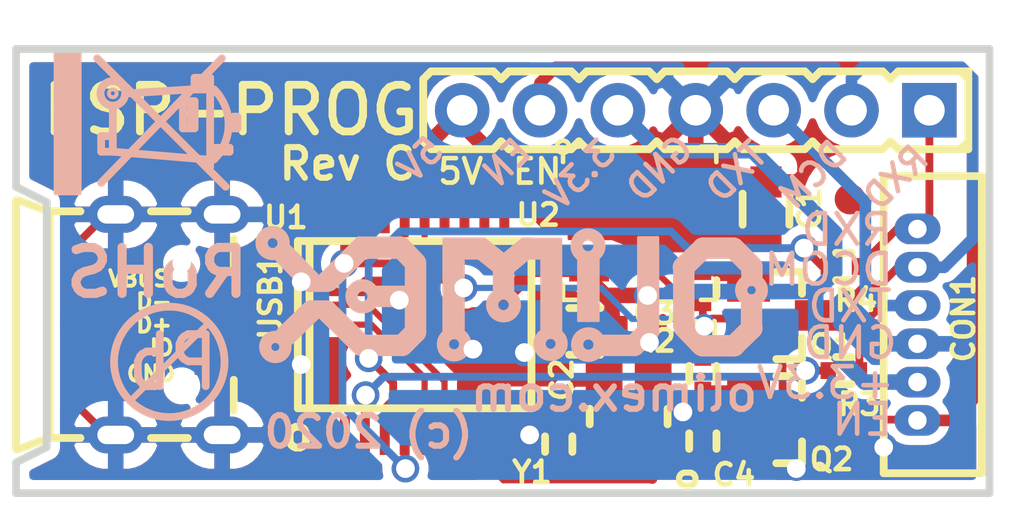
<source format=kicad_pcb>
(kicad_pcb (version 20171130) (host pcbnew 5.1.5-52549c5~84~ubuntu19.10.1)

  (general
    (thickness 1.6)
    (drawings 28)
    (tracks 223)
    (zones 0)
    (modules 21)
    (nets 25)
  )

  (page A4)
  (layers
    (0 F.Cu signal)
    (31 B.Cu signal)
    (32 B.Adhes user)
    (33 F.Adhes user)
    (34 B.Paste user)
    (35 F.Paste user)
    (36 B.SilkS user)
    (37 F.SilkS user)
    (38 B.Mask user)
    (39 F.Mask user)
    (40 Dwgs.User user hide)
    (41 Cmts.User user hide)
    (42 Eco1.User user hide)
    (43 Eco2.User user)
    (44 Edge.Cuts user)
    (45 Margin user)
    (46 B.CrtYd user)
    (47 F.CrtYd user)
    (48 B.Fab user hide)
    (49 F.Fab user hide)
  )

  (setup
    (last_trace_width 0.254)
    (user_trace_width 0.2032)
    (user_trace_width 0.254)
    (user_trace_width 0.381)
    (user_trace_width 0.762)
    (trace_clearance 0.1778)
    (zone_clearance 0.3048)
    (zone_45_only yes)
    (trace_min 0.2)
    (via_size 0.9)
    (via_drill 0.6096)
    (via_min_size 0.4)
    (via_min_drill 0.3)
    (uvia_size 0.3)
    (uvia_drill 0.1)
    (uvias_allowed no)
    (uvia_min_size 0)
    (uvia_min_drill 0)
    (edge_width 0.05)
    (segment_width 0.2)
    (pcb_text_width 0.3)
    (pcb_text_size 1.5 1.5)
    (mod_edge_width 0.12)
    (mod_text_size 1 1)
    (mod_text_width 0.15)
    (pad_size 1.4 1.2)
    (pad_drill 0)
    (pad_to_mask_clearance 0.0508)
    (solder_mask_min_width 0.0508)
    (pad_to_paste_clearance -0.0508)
    (aux_axis_origin 114 105.5)
    (visible_elements FFFFFF7F)
    (pcbplotparams
      (layerselection 0x010f8_ffffffff)
      (usegerberextensions false)
      (usegerberattributes false)
      (usegerberadvancedattributes false)
      (creategerberjobfile false)
      (excludeedgelayer true)
      (linewidth 0.100000)
      (plotframeref false)
      (viasonmask false)
      (mode 1)
      (useauxorigin false)
      (hpglpennumber 1)
      (hpglpenspeed 20)
      (hpglpendiameter 15.000000)
      (psnegative false)
      (psa4output false)
      (plotreference true)
      (plotvalue false)
      (plotinvisibletext false)
      (padsonsilk false)
      (subtractmaskfromsilk false)
      (outputformat 1)
      (mirror false)
      (drillshape 0)
      (scaleselection 1)
      (outputdirectory "gerbers/"))
  )

  (net 0 "")
  (net 1 "Net-(C4-Pad1)")
  (net 2 GND)
  (net 3 "Net-(USB1-Pad4)")
  (net 4 /RTS)
  (net 5 /DTR)
  (net 6 /D_N)
  (net 7 /D_P)
  (net 8 "Net-(C1-Pad1)")
  (net 9 "Net-(C2-Pad1)")
  (net 10 /+3.3V)
  (net 11 /EN)
  (net 12 /U0RXD)
  (net 13 /DCOM)
  (net 14 /U0TXD)
  (net 15 "Net-(Q1-Pad1)")
  (net 16 "Net-(Q2-Pad1)")
  (net 17 "Net-(R3-Pad2)")
  (net 18 "Net-(R4-Pad2)")
  (net 19 "Net-(U1-Pad11)")
  (net 20 "Net-(U1-Pad12)")
  (net 21 "Net-(U1-Pad13)")
  (net 22 "Net-(U1-Pad14)")
  (net 23 "Net-(U1-Pad18)")
  (net 24 "Net-(U1-Pad20)")

  (net_class Default "This is the default net class."
    (clearance 0.1778)
    (trace_width 0.508)
    (via_dia 0.9)
    (via_drill 0.6096)
    (uvia_dia 0.3)
    (uvia_drill 0.1)
    (add_net /+3.3V)
    (add_net /DCOM)
    (add_net /DTR)
    (add_net /D_N)
    (add_net /D_P)
    (add_net /EN)
    (add_net /RTS)
    (add_net /U0RXD)
    (add_net /U0TXD)
    (add_net GND)
    (add_net "Net-(C1-Pad1)")
    (add_net "Net-(C2-Pad1)")
    (add_net "Net-(C4-Pad1)")
    (add_net "Net-(Q1-Pad1)")
    (add_net "Net-(Q2-Pad1)")
    (add_net "Net-(R3-Pad2)")
    (add_net "Net-(R4-Pad2)")
    (add_net "Net-(U1-Pad11)")
    (add_net "Net-(U1-Pad12)")
    (add_net "Net-(U1-Pad13)")
    (add_net "Net-(U1-Pad14)")
    (add_net "Net-(U1-Pad18)")
    (add_net "Net-(U1-Pad20)")
    (add_net "Net-(USB1-Pad4)")
  )

  (module "OLIMEX_Crystal-FP:TSX-3.2x2.5mm_GND(3)" (layer F.Cu) (tedit 5C8A1E88) (tstamp 5E7DDFAF)
    (at 133.98 103 90)
    (path /5E7F6109)
    (attr smd)
    (fp_text reference Y1 (at -1.82 -3.15 180) (layer F.SilkS)
      (effects (font (size 0.7 0.7) (thickness 0.15)))
    )
    (fp_text value Q12MHz/20pF/10ppm/4P/3.2x2.5mm (at 0.127 2.54 90) (layer F.Fab)
      (effects (font (size 1.27 1.27) (thickness 0.254)))
    )
    (fp_text user o (at -2.04 1.82 90) (layer F.SilkS)
      (effects (font (size 0.8 0.8) (thickness 0.2)))
    )
    (fp_line (start 0 0.59944) (end 0 -0.59944) (layer Dwgs.User) (width 0.254))
    (fp_line (start 0.39878 0) (end 0.89916 0) (layer Dwgs.User) (width 0.254))
    (fp_line (start -0.39878 0) (end -0.89916 0) (layer Dwgs.User) (width 0.254))
    (fp_line (start 0.39878 0) (end 0.39878 0.64516) (layer Dwgs.User) (width 0.254))
    (fp_line (start 0.39878 -0.64516) (end 0.39878 0) (layer Dwgs.User) (width 0.254))
    (fp_line (start -0.39878 0) (end -0.39878 0.64516) (layer Dwgs.User) (width 0.254))
    (fp_line (start -0.39878 -0.64516) (end -0.39878 0) (layer Dwgs.User) (width 0.254))
    (fp_line (start -1.59766 0.17272) (end -1.59766 -0.17272) (layer Dwgs.User) (width 0.254))
    (fp_line (start 1.59766 -0.17272) (end 1.59766 0.17272) (layer Dwgs.User) (width 0.254))
    (fp_line (start 0.254 -1.27) (end -0.254 -1.27) (layer F.SilkS) (width 0.254))
    (fp_line (start 0.254 1.27) (end -0.254 1.27) (layer F.SilkS) (width 0.254))
    (fp_line (start -1.6 1.25) (end -1.6 -1.25) (layer F.Fab) (width 0.15))
    (fp_line (start 1.6 1.25) (end -1.6 1.25) (layer F.Fab) (width 0.15))
    (fp_line (start 1.6 -1.25) (end 1.6 1.25) (layer F.Fab) (width 0.15))
    (fp_line (start -1.6 -1.25) (end 1.6 -1.25) (layer F.Fab) (width 0.15))
    (pad 3 smd rect (at -1.1 -0.8 90) (size 1.4 1.2) (layers F.Cu F.Paste F.Mask)
      (net 2 GND) (solder_mask_margin 0.0508))
    (pad 3 smd rect (at 1.1 0.8 90) (size 1.4 1.2) (layers F.Cu F.Paste F.Mask)
      (net 2 GND) (solder_mask_margin 0.0508))
    (pad 2 smd rect (at 1.1 -0.8 90) (size 1.4 1.2) (layers F.Cu F.Paste F.Mask)
      (net 9 "Net-(C2-Pad1)") (solder_mask_margin 0.0508))
    (pad 1 smd rect (at -1.1 0.8 90) (size 1.4 1.2) (layers F.Cu F.Paste F.Mask)
      (net 1 "Net-(C4-Pad1)") (solder_mask_margin 0.0508))
    (model ${KISYS3DMOD}/QSG5032.step
      (at (xyz 0 0 0))
      (scale (xyz 0.65 0.8 1))
      (rotate (xyz 0 0 0))
    )
  )

  (module OLIMEX_Transistors-FP:SOT89 (layer F.Cu) (tedit 5E7DB329) (tstamp 5E7DD2A7)
    (at 134.34 96.69 270)
    (descr "SOT89-3, Housing, Handsoldering,")
    (tags "SOT89-3, Housing, Handsoldering,")
    (path /5E7DF28A)
    (attr smd)
    (fp_text reference U2 (at -0.27 3.31 180) (layer F.SilkS)
      (effects (font (size 0.7 0.7) (thickness 0.15)))
    )
    (fp_text value ME6210-SOT89 (at -0.14986 5.30098 90) (layer F.Fab)
      (effects (font (size 1 1) (thickness 0.15)))
    )
    (fp_poly (pts (xy 0.9 -0.1) (xy 0.5 0.9) (xy 0.5 2.3) (xy -0.5 2.3)
      (xy -0.5 0.9) (xy -0.9 -0.1) (xy -0.9 -2.4) (xy 0.9 -2.4)) (layer F.Mask) (width 0.2))
    (fp_poly (pts (xy 0.8 -0.1) (xy 0.4 0.9) (xy 0.4 2.2) (xy -0.4 2.2)
      (xy -0.4 0.9) (xy -0.8 -0.1) (xy -0.8 -2.3) (xy 0.8 -2.3)) (layer F.Paste) (width 0.1))
    (fp_poly (pts (xy 0.9 -0.1) (xy 0.5 0.9) (xy 0.5 2.3) (xy -0.5 2.3)
      (xy -0.5 0.9) (xy -0.9 -0.1) (xy -0.9 -2.4) (xy 0.9 -2.4)) (layer F.Cu) (width 0.1))
    (fp_circle (center -2.5 2.5) (end -2.3 2.5) (layer F.SilkS) (width 0.15))
    (fp_line (start -2.5 -2.5) (end -2.5 -2) (layer F.SilkS) (width 0.15))
    (fp_line (start -2 -2.5) (end -2.5 -2.5) (layer F.SilkS) (width 0.15))
    (fp_line (start -2.5 2.2) (end -2.5 2) (layer F.SilkS) (width 0.15))
    (fp_line (start -2 2.5) (end -2.2 2.5) (layer F.SilkS) (width 0.15))
    (fp_line (start 2.5 -2.5) (end 2.5 -2) (layer F.SilkS) (width 0.15))
    (fp_line (start 2 -2.5) (end 2.5 -2.5) (layer F.SilkS) (width 0.15))
    (fp_line (start 2.5 2.5) (end 2.5 2) (layer F.SilkS) (width 0.15))
    (fp_line (start 2 2.5) (end 2.5 2.5) (layer F.SilkS) (width 0.15))
    (pad 1 smd rect (at -1.5 1.65 270) (size 0.8 1.3) (layers F.Cu F.Paste F.Mask)
      (net 2 GND) (solder_mask_margin 0.0508) (clearance 0.0508))
    (pad 2 smd rect (at 0 1.55 270) (size 0.9 1.5019) (layers F.Cu)
      (net 8 "Net-(C1-Pad1)") (solder_mask_margin 0.0508) (clearance 0.0508))
    (pad 3 smd rect (at 1.5 1.65 270) (size 0.8 1.3) (layers F.Cu F.Paste F.Mask)
      (net 10 /+3.3V) (solder_mask_margin 0.0508) (clearance 0.0508))
    (model ${KISYS3DMOD}/SOT89-1.STEP
      (offset (xyz 0 0.1016 0.0254))
      (scale (xyz 0.95 1.2 1))
      (rotate (xyz 0 0 0))
    )
  )

  (module OLIMEX_Connectors-FP:HN1x7 (layer F.Cu) (tedit 5C8A4EDC) (tstamp 5E748049)
    (at 136.17 93 180)
    (path /5E6232DB)
    (solder_mask_margin 0.0508)
    (solder_paste_margin -0.0508)
    (attr smd)
    (fp_text reference CON2 (at -5.461 2.413) (layer F.SilkS) hide
      (effects (font (size 1.27 1.27) (thickness 0.254)))
    )
    (fp_text value CON6 (at -4.572 -2.286) (layer F.Fab)
      (effects (font (size 1.27 1.27) (thickness 0.254)))
    )
    (fp_line (start -8.89 -1.27) (end -8.89 1.27) (layer F.SilkS) (width 0.254))
    (fp_line (start -3.81 1.016) (end -3.556 1.27) (layer F.SilkS) (width 0.254))
    (fp_line (start -4.064 1.27) (end -3.81 1.016) (layer F.SilkS) (width 0.254))
    (fp_line (start -6.604 1.27) (end -8.382 1.27) (layer F.SilkS) (width 0.254))
    (fp_line (start -6.35 1.016) (end -6.604 1.27) (layer F.SilkS) (width 0.254))
    (fp_line (start -6.096 1.27) (end -6.35 1.016) (layer F.SilkS) (width 0.254))
    (fp_line (start -4.064 1.27) (end -6.096 1.27) (layer F.SilkS) (width 0.254))
    (fp_line (start -8.382 1.27) (end -8.89 1.27) (layer F.SilkS) (width 0.254))
    (fp_line (start -8.636 1.27) (end -8.89 1.016) (layer F.SilkS) (width 0.254))
    (fp_line (start -8.89 -1.016) (end -8.636 -1.27) (layer F.SilkS) (width 0.254))
    (fp_line (start -1.524 1.27) (end -3.556 1.27) (layer F.SilkS) (width 0.254))
    (fp_line (start -1.27 1.016) (end -1.524 1.27) (layer F.SilkS) (width 0.254))
    (fp_line (start 1.524 1.27) (end 1.27 1.016) (layer F.SilkS) (width 0.254))
    (fp_line (start 1.016 1.27) (end -1.016 1.27) (layer F.SilkS) (width 0.254))
    (fp_line (start 1.27 1.016) (end 1.016 1.27) (layer F.SilkS) (width 0.254))
    (fp_line (start 1.016 -1.27) (end 1.27 -1.016) (layer F.SilkS) (width 0.254))
    (fp_line (start -1.016 -1.27) (end 1.016 -1.27) (layer F.SilkS) (width 0.254))
    (fp_line (start -1.27 -1.016) (end -1.016 -1.27) (layer F.SilkS) (width 0.254))
    (fp_line (start -1.524 -1.27) (end -1.27 -1.016) (layer F.SilkS) (width 0.254))
    (fp_line (start -3.556 -1.27) (end -1.524 -1.27) (layer F.SilkS) (width 0.254))
    (fp_line (start -3.81 -1.016) (end -3.556 -1.27) (layer F.SilkS) (width 0.254))
    (fp_line (start -4.064 -1.27) (end -3.81 -1.016) (layer F.SilkS) (width 0.254))
    (fp_line (start -6.096 -1.27) (end -4.064 -1.27) (layer F.SilkS) (width 0.254))
    (fp_line (start -6.35 -1.016) (end -6.096 -1.27) (layer F.SilkS) (width 0.254))
    (fp_line (start -6.604 -1.27) (end -6.35 -1.016) (layer F.SilkS) (width 0.254))
    (fp_line (start -8.636 -1.27) (end -6.604 -1.27) (layer F.SilkS) (width 0.254))
    (fp_line (start -8.89 -1.27) (end -8.636 -1.27) (layer F.SilkS) (width 0.254))
    (fp_line (start 1.27 -1.016) (end 1.524 -1.27) (layer F.SilkS) (width 0.254))
    (fp_line (start 1.524 -1.27) (end 3.556 -1.27) (layer F.SilkS) (width 0.254))
    (fp_line (start 6.096 -1.27) (end 6.35 -1.016) (layer F.SilkS) (width 0.254))
    (fp_line (start 3.556 1.27) (end 1.524 1.27) (layer F.SilkS) (width 0.254))
    (fp_line (start -1.016 1.27) (end -1.27 1.016) (layer F.SilkS) (width 0.254))
    (fp_line (start 6.35 1.016) (end 6.096 1.27) (layer F.SilkS) (width 0.254))
    (fp_line (start 4.064 -1.27) (end 6.096 -1.27) (layer F.SilkS) (width 0.254))
    (fp_line (start 3.81 -1.016) (end 4.064 -1.27) (layer F.SilkS) (width 0.254))
    (fp_line (start 6.096 1.27) (end 4.064 1.27) (layer F.SilkS) (width 0.254))
    (fp_line (start 3.81 1.016) (end 3.556 1.27) (layer F.SilkS) (width 0.254))
    (fp_line (start 4.064 1.27) (end 3.81 1.016) (layer F.SilkS) (width 0.254))
    (fp_line (start 3.556 -1.27) (end 3.81 -1.016) (layer F.SilkS) (width 0.254))
    (fp_line (start 6.096 -1.27) (end 6.35 -1.016) (layer F.SilkS) (width 0.254))
    (fp_line (start 6.35 1.016) (end 6.096 1.27) (layer F.SilkS) (width 0.254))
    (fp_line (start 6.096 1.27) (end 4.064 1.27) (layer F.SilkS) (width 0.254))
    (fp_line (start 4.064 -1.27) (end 6.096 -1.27) (layer F.SilkS) (width 0.254))
    (fp_line (start 3.81 -1.016) (end 4.064 -1.27) (layer F.SilkS) (width 0.254))
    (fp_line (start 4.064 1.27) (end 3.81 1.016) (layer F.SilkS) (width 0.254))
    (fp_line (start 8.636 -1.27) (end 8.89 -1.016) (layer F.SilkS) (width 0.254))
    (fp_line (start 8.89 1.016) (end 8.636 1.27) (layer F.SilkS) (width 0.254))
    (fp_line (start 8.89 -1.016) (end 8.89 1.016) (layer F.SilkS) (width 0.254))
    (fp_line (start 8.636 1.27) (end 6.604 1.27) (layer F.SilkS) (width 0.254))
    (fp_line (start 6.604 -1.27) (end 8.636 -1.27) (layer F.SilkS) (width 0.254))
    (fp_line (start 6.35 -1.016) (end 6.604 -1.27) (layer F.SilkS) (width 0.254))
    (fp_line (start 6.604 1.27) (end 6.35 1.016) (layer F.SilkS) (width 0.254))
    (pad 7 thru_hole circle (at 7.62 0 180) (size 1.778 1.778) (drill 1) (layers *.Cu *.Mask)
      (net 8 "Net-(C1-Pad1)"))
    (pad 6 thru_hole circle (at 5.08 0 180) (size 1.778 1.778) (drill 1) (layers *.Cu *.Mask)
      (net 11 /EN))
    (pad 5 thru_hole circle (at 2.54 0 180) (size 1.778 1.778) (drill 1) (layers *.Cu *.Mask)
      (net 10 /+3.3V))
    (pad 1 thru_hole rect (at -7.62 0 180) (size 1.778 1.778) (drill 1) (layers *.Cu *.Mask)
      (net 14 /U0TXD))
    (pad 2 thru_hole circle (at -5.08 0 180) (size 1.778 1.778) (drill 1) (layers *.Cu *.Mask)
      (net 13 /DCOM))
    (pad 3 thru_hole circle (at -2.54 0 180) (size 1.778 1.778) (drill 1) (layers *.Cu *.Mask)
      (net 12 /U0RXD))
    (pad 4 thru_hole circle (at 0 0 180) (size 1.778 1.778) (drill 1) (layers *.Cu *.Mask)
      (net 2 GND))
    (model ${KISYS3DMOD}/HN1x6-PinHeader_1x07_P2.54mm_Vertical.step
      (offset (xyz 6.35 0 0))
      (scale (xyz 1 1 1))
      (rotate (xyz 0 0 90))
    )
  )

  (module OLIMEX_Other-FP:Fiducial1x3_transp (layer F.Cu) (tedit 5950B992) (tstamp 5D8C55F6)
    (at 118.1 99.9)
    (attr smd)
    (fp_text reference Ref* (at 0 3) (layer F.SilkS) hide
      (effects (font (size 1 1) (thickness 0.15)))
    )
    (fp_text value Val** (at 0 -3) (layer F.Fab) hide
      (effects (font (size 1 1) (thickness 0.15)))
    )
    (fp_circle (center 0 0) (end 1.5 0) (layer Dwgs.User) (width 0.254))
    (pad Fid1 connect circle (at 0 0) (size 1 1) (layers F.Cu F.Mask)
      (solder_mask_margin 0.127) (clearance 1.016) (zone_connect 0))
  )

  (module OLIMEX_Other-FP:Fiducial1x3_transp (layer F.Cu) (tedit 5950B992) (tstamp 5D8C55CD)
    (at 141.2 95.9)
    (attr smd)
    (fp_text reference Ref* (at 0 3) (layer F.SilkS) hide
      (effects (font (size 1 1) (thickness 0.15)))
    )
    (fp_text value Val** (at 0 -3) (layer F.Fab) hide
      (effects (font (size 1 1) (thickness 0.15)))
    )
    (fp_circle (center 0 0) (end 1.5 0) (layer Dwgs.User) (width 0.254))
    (pad Fid1 connect circle (at 0 0) (size 1 1) (layers F.Cu F.Mask)
      (solder_mask_margin 0.127) (clearance 1.016) (zone_connect 0))
  )

  (module OLIMEX_Connectors-FP:USB-MICRO_MISB-SWMM-5B_LF (layer F.Cu) (tedit 5DAD54FE) (tstamp 5D8A4001)
    (at 117.5 100 180)
    (path /5506AA9A)
    (attr smd)
    (fp_text reference USB1 (at -4.8 0.9 90) (layer F.SilkS)
      (effects (font (size 0.7 0.7) (thickness 0.15)))
    )
    (fp_text value USB-uicro-B (at 0 6.75) (layer F.Fab)
      (effects (font (size 1.27 1.27) (thickness 0.254)))
    )
    (fp_line (start 3.429 4.064) (end 2.413 3.683) (layer F.SilkS) (width 0.254))
    (fp_line (start 3.429 -4.064) (end 2.413 -3.683) (layer F.SilkS) (width 0.254))
    (fp_line (start 2.4 3.7) (end 2.4 -3.7) (layer F.Fab) (width 0.15))
    (fp_text user "pcb edge" (at 2.1 0 90) (layer F.Fab)
      (effects (font (size 0.3 0.3) (thickness 0.075)))
    )
    (fp_line (start 3.5 3.7) (end -3.62 3.7) (layer F.Fab) (width 0.15))
    (fp_line (start 3.5 -3.7) (end 3.5 3.7) (layer F.Fab) (width 0.15))
    (fp_line (start -3.62 -3.7) (end 3.5 -3.7) (layer F.Fab) (width 0.15))
    (fp_line (start -3.62 3.7) (end -3.62 -3.7) (layer F.Fab) (width 0.15))
    (fp_line (start 3.5 3.7) (end -3.6 -3.7) (layer F.Fab) (width 0.127))
    (fp_line (start 3.5 -3.7) (end -3.6 3.7) (layer F.Fab) (width 0.127))
    (fp_text user VBUS (at -0.5 1.5) (layer F.SilkS)
      (effects (font (size 0.508 0.508) (thickness 0.127)))
    )
    (fp_text user D- (at -1 0.75) (layer F.SilkS)
      (effects (font (size 0.508 0.508) (thickness 0.127)))
    )
    (fp_text user D+ (at -1 0) (layer F.SilkS)
      (effects (font (size 0.508 0.508) (thickness 0.127)))
    )
    (fp_text user ID (at -1.25 -0.75) (layer F.SilkS)
      (effects (font (size 0.508 0.508) (thickness 0.127)))
    )
    (fp_text user GND (at -0.9 -1.6) (layer F.SilkS)
      (effects (font (size 0.508 0.508) (thickness 0.127)))
    )
    (fp_line (start -2.1 -3.7) (end -0.9 -3.7) (layer F.SilkS) (width 0.254))
    (fp_line (start 2.4 3.7) (end 1.4 3.7) (layer F.SilkS) (width 0.254))
    (fp_line (start 3.5 -4.064) (end 3.5 4.064) (layer F.SilkS) (width 0.254))
    (fp_line (start 1.4 -3.7) (end 2.4 -3.7) (layer F.SilkS) (width 0.254))
    (fp_line (start -3.6 -2.8) (end -3.6 -1.8) (layer F.SilkS) (width 0.254))
    (fp_line (start -3.6 1.8) (end -3.6 2.8) (layer F.SilkS) (width 0.254))
    (fp_line (start -2.1 3.7) (end -0.9 3.7) (layer F.SilkS) (width 0.254))
    (fp_line (start 2.4 -3.7) (end 2.4 3.7) (layer F.SilkS) (width 0.254))
    (pad 1 smd rect (at -3.15 1.3875 270) (size 0.5 1.65) (layers F.Cu F.Paste F.Mask)
      (net 8 "Net-(C1-Pad1)") (solder_mask_margin 0.0508))
    (pad 2 smd rect (at -3.15 0.65 270) (size 0.325 1.65) (layers F.Cu F.Paste F.Mask)
      (net 6 /D_N) (solder_mask_margin 0.0508) (solder_paste_margin 0.03556))
    (pad 3 smd rect (at -3.15 0 270) (size 0.325 1.65) (layers F.Cu F.Paste F.Mask)
      (net 7 /D_P) (solder_mask_margin 0.0508) (solder_paste_margin 0.03556))
    (pad 4 smd rect (at -3.15 -0.65 270) (size 0.325 1.65) (layers F.Cu F.Paste F.Mask)
      (net 3 "Net-(USB1-Pad4)") (solder_mask_margin 0.0508) (solder_paste_margin 0.03556))
    (pad 5 smd rect (at -3.15 -1.3875 270) (size 0.5 1.65) (layers F.Cu F.Paste F.Mask)
      (net 2 GND) (solder_mask_margin 0.0508))
    (pad "" np_thru_hole circle (at -1.9 2 270) (size 0.6 0.6) (drill 0.6) (layers *.Cu *.Mask)
      (solder_mask_margin 0.0508))
    (pad "" np_thru_hole circle (at -1.9 -2 270) (size 0.6 0.6) (drill 0.6) (layers *.Cu *.Mask)
      (solder_mask_margin 0.0508))
    (pad 0 smd rect (at 1.4 1.5 270) (size 1.1 1) (layers F.Cu F.Paste F.Mask)
      (net 2 GND) (solder_mask_margin 0.0508) (solder_paste_margin 0.127))
    (pad 0 smd rect (at 1.4 -1.5 270) (size 1.1 1) (layers F.Cu F.Paste F.Mask)
      (net 2 GND) (solder_mask_margin 0.0508) (solder_paste_margin 0.127))
    (pad 0 thru_hole oval (at 0.25 3.6 270) (size 1.2 1.8) (drill oval 0.6 1.2) (layers *.Cu *.Mask)
      (net 2 GND) (solder_mask_margin 0.0508))
    (pad 0 thru_hole oval (at -3.22 3.6 270) (size 1.2 1.8) (drill oval 0.6 1.2) (layers *.Cu *.Mask)
      (net 2 GND) (solder_mask_margin 0.0508))
    (pad 0 thru_hole oval (at -3.22 -3.6 270) (size 1.2 1.8) (drill oval 0.6 1.2) (layers *.Cu *.Mask)
      (net 2 GND) (solder_mask_margin 0.0508))
    (pad 0 thru_hole oval (at 0.25 -3.6 270) (size 1.2 1.8) (drill oval 0.6 1.2) (layers *.Cu *.Mask)
      (net 2 GND) (solder_mask_margin 0.0508))
    (model ${KISYS3DMOD}/usb_micro_4p.stp
      (offset (xyz -2.45 0 1.1))
      (scale (xyz 1 1 1))
      (rotate (xyz 0 0 -90))
    )
  )

  (module OLIMEX_IC-FP:SSOP-20W (layer F.Cu) (tedit 5C6BC7F1) (tstamp 5D8A3FD8)
    (at 127 100)
    (descr "SSOP 20 pins")
    (tags "CMS SSOP SMD")
    (path /55069B04)
    (attr smd)
    (fp_text reference U1 (at -4.2 -3.5 180) (layer F.SilkS)
      (effects (font (size 0.7 0.7) (thickness 0.15)))
    )
    (fp_text value CH340H/T (at 0 5.715) (layer F.Fab)
      (effects (font (size 1.27 1.27) (thickness 0.254)))
    )
    (fp_text user o (at -3.81 3.556) (layer F.SilkS)
      (effects (font (size 1.016 1.016) (thickness 0.254)))
    )
    (fp_line (start -3.429 -2.7305) (end -3.429 2.7305) (layer F.SilkS) (width 0.254))
    (fp_line (start 3.81 -2.7305) (end -3.81 -2.7305) (layer F.SilkS) (width 0.254))
    (fp_line (start -3.81 2.7305) (end 3.81 2.7305) (layer F.SilkS) (width 0.254))
    (fp_line (start 3.81 -2.7305) (end 3.81 2.7305) (layer F.SilkS) (width 0.254))
    (fp_line (start -3.81 2.7305) (end -3.81 -2.7305) (layer F.SilkS) (width 0.254))
    (pad 1 smd rect (at -2.925 3.6195) (size 0.325 1.27) (layers F.Cu F.Paste F.Mask)
      (solder_mask_margin 0.0508))
    (pad 2 smd rect (at -2.275 3.6195) (size 0.325 1.27) (layers F.Cu F.Paste F.Mask)
      (solder_mask_margin 0.0508))
    (pad 3 smd rect (at -1.625 3.6195) (size 0.325 1.27) (layers F.Cu F.Paste F.Mask)
      (net 17 "Net-(R3-Pad2)") (solder_mask_margin 0.0508))
    (pad 4 smd rect (at -0.975 3.6195) (size 0.325 1.27) (layers F.Cu F.Paste F.Mask)
      (net 18 "Net-(R4-Pad2)") (solder_mask_margin 0.0508))
    (pad 5 smd rect (at -0.325 3.6195) (size 0.325 1.27) (layers F.Cu F.Paste F.Mask)
      (net 10 /+3.3V) (solder_mask_margin 0.0508))
    (pad 6 smd rect (at 0.325 3.6195) (size 0.325 1.27) (layers F.Cu F.Paste F.Mask)
      (net 7 /D_P) (solder_mask_margin 0.0508))
    (pad 7 smd rect (at 0.975 3.6195) (size 0.325 1.27) (layers F.Cu F.Paste F.Mask)
      (net 6 /D_N) (solder_mask_margin 0.0508))
    (pad 8 smd rect (at 1.625 3.6195) (size 0.325 1.27) (layers F.Cu F.Paste F.Mask)
      (net 2 GND) (solder_mask_margin 0.0508))
    (pad 9 smd rect (at 2.275 3.6195) (size 0.325 1.27) (layers F.Cu F.Paste F.Mask)
      (net 1 "Net-(C4-Pad1)") (solder_mask_margin 0.0508))
    (pad 10 smd rect (at 2.925 3.6195) (size 0.325 1.27) (layers F.Cu F.Paste F.Mask)
      (net 9 "Net-(C2-Pad1)") (solder_mask_margin 0.0508))
    (pad 11 smd rect (at 2.925 -3.6195) (size 0.325 1.27) (layers F.Cu F.Paste F.Mask)
      (net 19 "Net-(U1-Pad11)") (solder_mask_margin 0.0508))
    (pad 12 smd rect (at 2.275 -3.6195) (size 0.325 1.27) (layers F.Cu F.Paste F.Mask)
      (net 20 "Net-(U1-Pad12)") (solder_mask_margin 0.0508))
    (pad 13 smd rect (at 1.625 -3.6195) (size 0.325 1.27) (layers F.Cu F.Paste F.Mask)
      (net 21 "Net-(U1-Pad13)") (solder_mask_margin 0.0508))
    (pad 14 smd rect (at 0.975 -3.6195) (size 0.325 1.27) (layers F.Cu F.Paste F.Mask)
      (net 22 "Net-(U1-Pad14)") (solder_mask_margin 0.0508))
    (pad 15 smd rect (at 0.325 -3.6195) (size 0.325 1.27) (layers F.Cu F.Paste F.Mask)
      (net 5 /DTR) (solder_mask_margin 0.0508))
    (pad 16 smd rect (at -0.325 -3.6195) (size 0.325 1.27) (layers F.Cu F.Paste F.Mask)
      (net 4 /RTS) (solder_mask_margin 0.0508))
    (pad 17 smd rect (at -0.975 -3.6195) (size 0.325 1.27) (layers F.Cu F.Paste F.Mask)
      (solder_mask_margin 0.0508))
    (pad 18 smd rect (at -1.625 -3.6195) (size 0.325 1.27) (layers F.Cu F.Paste F.Mask)
      (net 23 "Net-(U1-Pad18)") (solder_mask_margin 0.0508))
    (pad 19 smd rect (at -2.275 -3.6195) (size 0.325 1.27) (layers F.Cu F.Paste F.Mask)
      (net 10 /+3.3V) (solder_mask_margin 0.0508))
    (pad 20 smd rect (at -2.925 -3.6195) (size 0.325 1.27) (layers F.Cu F.Paste F.Mask)
      (net 24 "Net-(U1-Pad20)") (solder_mask_margin 0.0508))
    (model ${KISYS3DMOD}/SSOP-20_5.3x7.2mm_P0.65mm.wrl
      (at (xyz 0 0 0))
      (scale (xyz 1 1 1))
      (rotate (xyz 0 0 -90))
    )
  )

  (module OLIMEX_RLC-FP:R_0402_5MIL_DWS (layer F.Cu) (tedit 5C6BBC23) (tstamp 5D8A3FBA)
    (at 141 98.1 180)
    (tags C0402)
    (path /5D8AFF5C)
    (attr smd)
    (fp_text reference R4 (at -0.4 -1.1) (layer F.SilkS)
      (effects (font (size 0.7 0.7) (thickness 0.15)))
    )
    (fp_text value 100R (at 0 1.397) (layer F.Fab)
      (effects (font (size 1.27 1.27) (thickness 0.254)))
    )
    (fp_line (start -0.49784 0.24892) (end -0.49784 -0.24892) (layer F.Fab) (width 0.06604))
    (fp_line (start -0.49784 -0.24892) (end 0.49784 -0.24892) (layer F.Fab) (width 0.06604))
    (fp_line (start 0.49784 0.24892) (end 0.49784 -0.24892) (layer F.Fab) (width 0.06604))
    (fp_line (start -0.49784 0.24892) (end 0.49784 0.24892) (layer F.Fab) (width 0.06604))
    (fp_line (start 0 0.4445) (end -0.254 0.4445) (layer F.SilkS) (width 0.254))
    (fp_line (start 0 0.4445) (end 0.254 0.4445) (layer F.SilkS) (width 0.254))
    (fp_line (start 0 -0.4445) (end 0.254 -0.4445) (layer F.SilkS) (width 0.254))
    (fp_line (start 0 -0.4445) (end -0.254 -0.4445) (layer F.SilkS) (width 0.254))
    (fp_line (start -0.254 -0.4445) (end -0.889 -0.4445) (layer Dwgs.User) (width 0.254))
    (fp_line (start -0.889 -0.4445) (end -0.889 0.4445) (layer Dwgs.User) (width 0.254))
    (fp_line (start -0.889 0.4445) (end -0.254 0.4445) (layer Dwgs.User) (width 0.254))
    (fp_line (start 0.254 -0.4445) (end 0.889 -0.4445) (layer Dwgs.User) (width 0.254))
    (fp_line (start 0.889 -0.4445) (end 0.889 0.4445) (layer Dwgs.User) (width 0.254))
    (fp_line (start 0.889 0.4445) (end 0.254 0.4445) (layer Dwgs.User) (width 0.254))
    (pad 2 smd rect (at 0.508 0 180) (size 0.5 0.55) (layers F.Cu F.Paste F.Mask)
      (net 18 "Net-(R4-Pad2)") (solder_mask_margin 0.0508))
    (pad 1 smd rect (at -0.508 0) (size 0.5 0.55) (layers F.Cu F.Paste F.Mask)
      (net 14 /U0TXD) (solder_mask_margin 0.0508))
    (model ${KISYS3DMOD}/R_0402_1005Metric.wrl
      (at (xyz 0 0 0))
      (scale (xyz 1 1 1))
      (rotate (xyz 0 0 0))
    )
  )

  (module OLIMEX_RLC-FP:R_0402_5MIL_DWS (layer F.Cu) (tedit 5C6BBC23) (tstamp 5D8A3FA6)
    (at 141 101.5 180)
    (tags C0402)
    (path /5D8AF572)
    (attr smd)
    (fp_text reference R3 (at -0.5 -1.1) (layer F.SilkS)
      (effects (font (size 0.7 0.7) (thickness 0.15)))
    )
    (fp_text value 100R (at 0 1.397) (layer F.Fab)
      (effects (font (size 1.27 1.27) (thickness 0.254)))
    )
    (fp_line (start -0.49784 0.24892) (end -0.49784 -0.24892) (layer F.Fab) (width 0.06604))
    (fp_line (start -0.49784 -0.24892) (end 0.49784 -0.24892) (layer F.Fab) (width 0.06604))
    (fp_line (start 0.49784 0.24892) (end 0.49784 -0.24892) (layer F.Fab) (width 0.06604))
    (fp_line (start -0.49784 0.24892) (end 0.49784 0.24892) (layer F.Fab) (width 0.06604))
    (fp_line (start 0 0.4445) (end -0.254 0.4445) (layer F.SilkS) (width 0.254))
    (fp_line (start 0 0.4445) (end 0.254 0.4445) (layer F.SilkS) (width 0.254))
    (fp_line (start 0 -0.4445) (end 0.254 -0.4445) (layer F.SilkS) (width 0.254))
    (fp_line (start 0 -0.4445) (end -0.254 -0.4445) (layer F.SilkS) (width 0.254))
    (fp_line (start -0.254 -0.4445) (end -0.889 -0.4445) (layer Dwgs.User) (width 0.254))
    (fp_line (start -0.889 -0.4445) (end -0.889 0.4445) (layer Dwgs.User) (width 0.254))
    (fp_line (start -0.889 0.4445) (end -0.254 0.4445) (layer Dwgs.User) (width 0.254))
    (fp_line (start 0.254 -0.4445) (end 0.889 -0.4445) (layer Dwgs.User) (width 0.254))
    (fp_line (start 0.889 -0.4445) (end 0.889 0.4445) (layer Dwgs.User) (width 0.254))
    (fp_line (start 0.889 0.4445) (end 0.254 0.4445) (layer Dwgs.User) (width 0.254))
    (pad 2 smd rect (at 0.508 0 180) (size 0.5 0.55) (layers F.Cu F.Paste F.Mask)
      (net 17 "Net-(R3-Pad2)") (solder_mask_margin 0.0508))
    (pad 1 smd rect (at -0.508 0) (size 0.5 0.55) (layers F.Cu F.Paste F.Mask)
      (net 12 /U0RXD) (solder_mask_margin 0.0508))
    (model ${KISYS3DMOD}/R_0402_1005Metric.wrl
      (at (xyz 0 0 0))
      (scale (xyz 1 1 1))
      (rotate (xyz 0 0 0))
    )
  )

  (module OLIMEX_RLC-FP:R_0402_5MIL_DWS (layer F.Cu) (tedit 5C6BBC23) (tstamp 5D8C45A4)
    (at 136.4 101.6 90)
    (tags C0402)
    (path /5D8AB138)
    (attr smd)
    (fp_text reference R2 (at 1.07 -1.58) (layer F.SilkS)
      (effects (font (size 0.7 0.7) (thickness 0.15)))
    )
    (fp_text value 1K (at 0 1.397 90) (layer F.Fab)
      (effects (font (size 1.27 1.27) (thickness 0.254)))
    )
    (fp_line (start -0.49784 0.24892) (end -0.49784 -0.24892) (layer F.Fab) (width 0.06604))
    (fp_line (start -0.49784 -0.24892) (end 0.49784 -0.24892) (layer F.Fab) (width 0.06604))
    (fp_line (start 0.49784 0.24892) (end 0.49784 -0.24892) (layer F.Fab) (width 0.06604))
    (fp_line (start -0.49784 0.24892) (end 0.49784 0.24892) (layer F.Fab) (width 0.06604))
    (fp_line (start 0 0.4445) (end -0.254 0.4445) (layer F.SilkS) (width 0.254))
    (fp_line (start 0 0.4445) (end 0.254 0.4445) (layer F.SilkS) (width 0.254))
    (fp_line (start 0 -0.4445) (end 0.254 -0.4445) (layer F.SilkS) (width 0.254))
    (fp_line (start 0 -0.4445) (end -0.254 -0.4445) (layer F.SilkS) (width 0.254))
    (fp_line (start -0.254 -0.4445) (end -0.889 -0.4445) (layer Dwgs.User) (width 0.254))
    (fp_line (start -0.889 -0.4445) (end -0.889 0.4445) (layer Dwgs.User) (width 0.254))
    (fp_line (start -0.889 0.4445) (end -0.254 0.4445) (layer Dwgs.User) (width 0.254))
    (fp_line (start 0.254 -0.4445) (end 0.889 -0.4445) (layer Dwgs.User) (width 0.254))
    (fp_line (start 0.889 -0.4445) (end 0.889 0.4445) (layer Dwgs.User) (width 0.254))
    (fp_line (start 0.889 0.4445) (end 0.254 0.4445) (layer Dwgs.User) (width 0.254))
    (pad 2 smd rect (at 0.508 0 90) (size 0.5 0.55) (layers F.Cu F.Paste F.Mask)
      (net 5 /DTR) (solder_mask_margin 0.0508))
    (pad 1 smd rect (at -0.508 0 270) (size 0.5 0.55) (layers F.Cu F.Paste F.Mask)
      (net 16 "Net-(Q2-Pad1)") (solder_mask_margin 0.0508))
    (model ${KISYS3DMOD}/R_0402_1005Metric.wrl
      (at (xyz 0 0 0))
      (scale (xyz 1 1 1))
      (rotate (xyz 0 0 0))
    )
  )

  (module OLIMEX_RLC-FP:R_0402_5MIL_DWS (layer F.Cu) (tedit 5C6BBC23) (tstamp 5D8A3F7E)
    (at 136.4 98.8 270)
    (tags C0402)
    (path /5D8AAAD1)
    (attr smd)
    (fp_text reference R1 (at 1.47 -0.03 180) (layer F.SilkS)
      (effects (font (size 0.7 0.7) (thickness 0.15)))
    )
    (fp_text value 1K (at 0 1.397 90) (layer F.Fab)
      (effects (font (size 1.27 1.27) (thickness 0.254)))
    )
    (fp_line (start -0.49784 0.24892) (end -0.49784 -0.24892) (layer F.Fab) (width 0.06604))
    (fp_line (start -0.49784 -0.24892) (end 0.49784 -0.24892) (layer F.Fab) (width 0.06604))
    (fp_line (start 0.49784 0.24892) (end 0.49784 -0.24892) (layer F.Fab) (width 0.06604))
    (fp_line (start -0.49784 0.24892) (end 0.49784 0.24892) (layer F.Fab) (width 0.06604))
    (fp_line (start 0 0.4445) (end -0.254 0.4445) (layer F.SilkS) (width 0.254))
    (fp_line (start 0 0.4445) (end 0.254 0.4445) (layer F.SilkS) (width 0.254))
    (fp_line (start 0 -0.4445) (end 0.254 -0.4445) (layer F.SilkS) (width 0.254))
    (fp_line (start 0 -0.4445) (end -0.254 -0.4445) (layer F.SilkS) (width 0.254))
    (fp_line (start -0.254 -0.4445) (end -0.889 -0.4445) (layer Dwgs.User) (width 0.254))
    (fp_line (start -0.889 -0.4445) (end -0.889 0.4445) (layer Dwgs.User) (width 0.254))
    (fp_line (start -0.889 0.4445) (end -0.254 0.4445) (layer Dwgs.User) (width 0.254))
    (fp_line (start 0.254 -0.4445) (end 0.889 -0.4445) (layer Dwgs.User) (width 0.254))
    (fp_line (start 0.889 -0.4445) (end 0.889 0.4445) (layer Dwgs.User) (width 0.254))
    (fp_line (start 0.889 0.4445) (end 0.254 0.4445) (layer Dwgs.User) (width 0.254))
    (pad 2 smd rect (at 0.508 0 270) (size 0.5 0.55) (layers F.Cu F.Paste F.Mask)
      (net 4 /RTS) (solder_mask_margin 0.0508))
    (pad 1 smd rect (at -0.508 0 90) (size 0.5 0.55) (layers F.Cu F.Paste F.Mask)
      (net 15 "Net-(Q1-Pad1)") (solder_mask_margin 0.0508))
    (model ${KISYS3DMOD}/R_0402_1005Metric.wrl
      (at (xyz 0 0 0))
      (scale (xyz 1 1 1))
      (rotate (xyz 0 0 0))
    )
  )

  (module OLIMEX_Transistors-FP:SOT23 (layer F.Cu) (tedit 5C6BBAAC) (tstamp 5D8A3F6A)
    (at 139 103.1 180)
    (path /5D8AB147)
    (attr smd)
    (fp_text reference Q2 (at -1.6 -1.3) (layer F.SilkS)
      (effects (font (size 0.7 0.7) (thickness 0.15)))
    )
    (fp_text value "BC817-40(SOT23)" (at 3.5052 2.6416) (layer F.Fab)
      (effects (font (size 1.1 1.1) (thickness 0.254)))
    )
    (fp_line (start 0.65278 -1.4097) (end 0.65278 1.4097) (layer Dwgs.User) (width 0.15))
    (fp_line (start -0.65024 0.00508) (end -0.65024 -1.41732) (layer Dwgs.User) (width 0.15))
    (fp_line (start -0.65024 0.00762) (end -0.65278 1.35636) (layer Dwgs.User) (width 0.15))
    (fp_line (start -0.65532 -1.42494) (end 0.64262 -1.42494) (layer Dwgs.User) (width 0.15))
    (fp_line (start 0.65278 1.41478) (end -0.65024 1.41478) (layer Dwgs.User) (width 0.15))
    (fp_line (start -0.81026 0.00254) (end -1.1811 0.00254) (layer Dwgs.User) (width 0.48))
    (fp_line (start 1.19126 -0.95504) (end 0.82042 -0.95504) (layer Dwgs.User) (width 0.48))
    (fp_line (start 1.19888 0.95758) (end 0.82804 0.95758) (layer Dwgs.User) (width 0.48))
    (fp_line (start -0.635 -1.4224) (end -0.635 -0.7112) (layer F.SilkS) (width 0.254))
    (fp_line (start 0.2032 -1.4224) (end -0.635 -1.4224) (layer F.SilkS) (width 0.254))
    (fp_line (start 0.2032 1.4224) (end -0.635 1.4224) (layer F.SilkS) (width 0.254))
    (fp_line (start -0.635 0.7112) (end -0.635 1.4224) (layer F.SilkS) (width 0.254))
    (pad 1 smd rect (at 1.10744 0.94996 180) (size 1.4 1) (layers F.Cu F.Paste F.Mask)
      (net 16 "Net-(Q2-Pad1)") (solder_mask_margin 0.0508) (clearance 0.0508))
    (pad 2 smd rect (at 1.10744 -0.9525 180) (size 1.4 1) (layers F.Cu F.Paste F.Mask)
      (net 4 /RTS) (solder_mask_margin 0.0508) (clearance 0.0508))
    (pad 3 smd rect (at -1.10236 0.00254 180) (size 1.4 1) (layers F.Cu F.Paste F.Mask)
      (net 11 /EN) (solder_mask_margin 0.0508) (clearance 0.0508))
    (model ${KISYS3DMOD}/SOT-23.step
      (offset (xyz 0 0 0.5))
      (scale (xyz 1 1 1))
      (rotate (xyz -90 0 90))
    )
  )

  (module OLIMEX_Transistors-FP:SOT23 (layer F.Cu) (tedit 5C6BBAAC) (tstamp 5D8A3F57)
    (at 139 99.7 180)
    (path /5D8A927F)
    (attr smd)
    (fp_text reference Q1 (at -1.6 -1) (layer F.SilkS)
      (effects (font (size 0.7 0.7) (thickness 0.15)))
    )
    (fp_text value "BC817-40(SOT23)" (at 3.5052 2.6416) (layer F.Fab)
      (effects (font (size 1.1 1.1) (thickness 0.254)))
    )
    (fp_line (start 0.65278 -1.4097) (end 0.65278 1.4097) (layer Dwgs.User) (width 0.15))
    (fp_line (start -0.65024 0.00508) (end -0.65024 -1.41732) (layer Dwgs.User) (width 0.15))
    (fp_line (start -0.65024 0.00762) (end -0.65278 1.35636) (layer Dwgs.User) (width 0.15))
    (fp_line (start -0.65532 -1.42494) (end 0.64262 -1.42494) (layer Dwgs.User) (width 0.15))
    (fp_line (start 0.65278 1.41478) (end -0.65024 1.41478) (layer Dwgs.User) (width 0.15))
    (fp_line (start -0.81026 0.00254) (end -1.1811 0.00254) (layer Dwgs.User) (width 0.48))
    (fp_line (start 1.19126 -0.95504) (end 0.82042 -0.95504) (layer Dwgs.User) (width 0.48))
    (fp_line (start 1.19888 0.95758) (end 0.82804 0.95758) (layer Dwgs.User) (width 0.48))
    (fp_line (start -0.635 -1.4224) (end -0.635 -0.7112) (layer F.SilkS) (width 0.254))
    (fp_line (start 0.2032 -1.4224) (end -0.635 -1.4224) (layer F.SilkS) (width 0.254))
    (fp_line (start 0.2032 1.4224) (end -0.635 1.4224) (layer F.SilkS) (width 0.254))
    (fp_line (start -0.635 0.7112) (end -0.635 1.4224) (layer F.SilkS) (width 0.254))
    (pad 1 smd rect (at 1.10744 0.94996 180) (size 1.4 1) (layers F.Cu F.Paste F.Mask)
      (net 15 "Net-(Q1-Pad1)") (solder_mask_margin 0.0508) (clearance 0.0508))
    (pad 2 smd rect (at 1.10744 -0.9525 180) (size 1.4 1) (layers F.Cu F.Paste F.Mask)
      (net 5 /DTR) (solder_mask_margin 0.0508) (clearance 0.0508))
    (pad 3 smd rect (at -1.10236 0.00254 180) (size 1.4 1) (layers F.Cu F.Paste F.Mask)
      (net 13 /DCOM) (solder_mask_margin 0.0508) (clearance 0.0508))
    (model ${KISYS3DMOD}/SOT-23.step
      (offset (xyz 0 0 0.5))
      (scale (xyz 1 1 1))
      (rotate (xyz -90 0 90))
    )
  )

  (module OLIMEX_RLC-FP:C_0402_5MIL_DWS (layer F.Cu) (tedit 5C6BB278) (tstamp 5D8A3F36)
    (at 136.4 103.8 90)
    (tags C0402)
    (path /55069DA1)
    (attr smd)
    (fp_text reference C4 (at -1.102 1.014 180) (layer F.SilkS)
      (effects (font (size 0.7 0.7) (thickness 0.15)))
    )
    (fp_text value 27pF (at 0 1.905 90) (layer F.Fab)
      (effects (font (size 1.27 1.27) (thickness 0.254)))
    )
    (fp_line (start -0.49784 0.24892) (end -0.49784 -0.24892) (layer F.Fab) (width 0.06604))
    (fp_line (start -0.49784 -0.24892) (end 0.49784 -0.24892) (layer F.Fab) (width 0.06604))
    (fp_line (start 0.49784 0.24892) (end 0.49784 -0.24892) (layer F.Fab) (width 0.06604))
    (fp_line (start -0.49784 0.24892) (end 0.49784 0.24892) (layer F.Fab) (width 0.06604))
    (fp_line (start 0 0.4445) (end -0.254 0.4445) (layer F.SilkS) (width 0.254))
    (fp_line (start 0 0.4445) (end 0.254 0.4445) (layer F.SilkS) (width 0.254))
    (fp_line (start 0 -0.4445) (end 0.254 -0.4445) (layer F.SilkS) (width 0.254))
    (fp_line (start 0 -0.4445) (end -0.254 -0.4445) (layer F.SilkS) (width 0.254))
    (fp_line (start -0.254 -0.4445) (end -0.889 -0.4445) (layer Dwgs.User) (width 0.254))
    (fp_line (start -0.889 -0.4445) (end -0.889 0.4445) (layer Dwgs.User) (width 0.254))
    (fp_line (start -0.889 0.4445) (end -0.254 0.4445) (layer Dwgs.User) (width 0.254))
    (fp_line (start 0.254 -0.4445) (end 0.889 -0.4445) (layer Dwgs.User) (width 0.254))
    (fp_line (start 0.889 -0.4445) (end 0.889 0.4445) (layer Dwgs.User) (width 0.254))
    (fp_line (start 0.889 0.4445) (end 0.254 0.4445) (layer Dwgs.User) (width 0.254))
    (pad 2 smd rect (at 0.508 0 90) (size 0.5 0.55) (layers F.Cu F.Paste F.Mask)
      (net 2 GND) (solder_mask_margin 0.0508))
    (pad 1 smd rect (at -0.508 0 270) (size 0.5 0.55) (layers F.Cu F.Paste F.Mask)
      (net 1 "Net-(C4-Pad1)") (solder_mask_margin 0.0508))
    (model ${KISYS3DMOD}/C_0402_1005Metric.wrl
      (at (xyz 0 0 0))
      (scale (xyz 1 1 1))
      (rotate (xyz 0 0 0))
    )
  )

  (module OLIMEX_RLC-FP:C_0603_5MIL_DWS (layer F.Cu) (tedit 5C6BB2A1) (tstamp 5D8A3F22)
    (at 132.55 100.22 180)
    (descr "Resistor SMD 0603, reflow soldering, Vishay (see dcrcw.pdf)")
    (tags "resistor 0603")
    (path /55069C71)
    (attr smd)
    (fp_text reference C3 (at -2.27 0.59) (layer F.SilkS)
      (effects (font (size 0.7 0.7) (thickness 0.15)))
    )
    (fp_text value 2.2uF (at 0.127 1.778) (layer F.Fab)
      (effects (font (size 1.27 1.27) (thickness 0.254)))
    )
    (fp_line (start -0.508 -0.762) (end 0.508 -0.762) (layer F.SilkS) (width 0.254))
    (fp_line (start -0.508 0.762) (end 0.508 0.762) (layer F.SilkS) (width 0.254))
    (fp_line (start -1.651 0.762) (end -0.508 0.762) (layer Dwgs.User) (width 0.254))
    (fp_line (start -1.651 -0.762) (end -1.651 0.762) (layer Dwgs.User) (width 0.254))
    (fp_line (start -0.508 -0.762) (end -1.651 -0.762) (layer Dwgs.User) (width 0.254))
    (fp_line (start 1.651 0.762) (end 0.508 0.762) (layer Dwgs.User) (width 0.254))
    (fp_line (start 1.651 -0.762) (end 1.651 0.762) (layer Dwgs.User) (width 0.254))
    (fp_line (start 0.508 -0.762) (end 1.651 -0.762) (layer Dwgs.User) (width 0.254))
    (fp_line (start 0 -0.381) (end -0.762 -0.381) (layer F.Fab) (width 0.15))
    (fp_line (start -0.762 -0.381) (end -0.762 0.381) (layer F.Fab) (width 0.15))
    (fp_line (start -0.762 0.381) (end 0.762 0.381) (layer F.Fab) (width 0.15))
    (fp_line (start 0.762 0.381) (end 0.762 -0.381) (layer F.Fab) (width 0.15))
    (fp_line (start 0.762 -0.381) (end 0 -0.381) (layer F.Fab) (width 0.15))
    (pad 2 smd rect (at 0.889 0 180) (size 1.016 1.016) (layers F.Cu F.Paste F.Mask)
      (net 2 GND) (solder_mask_margin 0.0508) (clearance 0.0508))
    (pad 1 smd rect (at -0.889 0 180) (size 1.016 1.016) (layers F.Cu F.Paste F.Mask)
      (net 10 /+3.3V) (solder_mask_margin 0.0508) (clearance 0.0508))
    (model ${KISYS3DMOD}/C_0603_1608Metric.wrl
      (at (xyz 0 0 0))
      (scale (xyz 1 1 1))
      (rotate (xyz 0 0 0))
    )
  )

  (module OLIMEX_RLC-FP:C_0402_5MIL_DWS (layer F.Cu) (tedit 5C6BB278) (tstamp 5D8A3F0F)
    (at 131.7 103.9 270)
    (tags C0402)
    (path /5D8ACDB7)
    (attr smd)
    (fp_text reference C2 (at -2.1 -0.1 90) (layer F.SilkS)
      (effects (font (size 0.7 0.7) (thickness 0.15)))
    )
    (fp_text value 27pF (at 0 1.905 90) (layer F.Fab)
      (effects (font (size 1.27 1.27) (thickness 0.254)))
    )
    (fp_line (start -0.49784 0.24892) (end -0.49784 -0.24892) (layer F.Fab) (width 0.06604))
    (fp_line (start -0.49784 -0.24892) (end 0.49784 -0.24892) (layer F.Fab) (width 0.06604))
    (fp_line (start 0.49784 0.24892) (end 0.49784 -0.24892) (layer F.Fab) (width 0.06604))
    (fp_line (start -0.49784 0.24892) (end 0.49784 0.24892) (layer F.Fab) (width 0.06604))
    (fp_line (start 0 0.4445) (end -0.254 0.4445) (layer F.SilkS) (width 0.254))
    (fp_line (start 0 0.4445) (end 0.254 0.4445) (layer F.SilkS) (width 0.254))
    (fp_line (start 0 -0.4445) (end 0.254 -0.4445) (layer F.SilkS) (width 0.254))
    (fp_line (start 0 -0.4445) (end -0.254 -0.4445) (layer F.SilkS) (width 0.254))
    (fp_line (start -0.254 -0.4445) (end -0.889 -0.4445) (layer Dwgs.User) (width 0.254))
    (fp_line (start -0.889 -0.4445) (end -0.889 0.4445) (layer Dwgs.User) (width 0.254))
    (fp_line (start -0.889 0.4445) (end -0.254 0.4445) (layer Dwgs.User) (width 0.254))
    (fp_line (start 0.254 -0.4445) (end 0.889 -0.4445) (layer Dwgs.User) (width 0.254))
    (fp_line (start 0.889 -0.4445) (end 0.889 0.4445) (layer Dwgs.User) (width 0.254))
    (fp_line (start 0.889 0.4445) (end 0.254 0.4445) (layer Dwgs.User) (width 0.254))
    (pad 2 smd rect (at 0.508 0 270) (size 0.5 0.55) (layers F.Cu F.Paste F.Mask)
      (net 2 GND) (solder_mask_margin 0.0508))
    (pad 1 smd rect (at -0.508 0 90) (size 0.5 0.55) (layers F.Cu F.Paste F.Mask)
      (net 9 "Net-(C2-Pad1)") (solder_mask_margin 0.0508))
    (model ${KISYS3DMOD}/C_0402_1005Metric.wrl
      (at (xyz 0 0 0))
      (scale (xyz 1 1 1))
      (rotate (xyz 0 0 0))
    )
  )

  (module OLIMEX_RLC-FP:C_0603_5MIL_DWS (layer F.Cu) (tedit 5C6BB2A1) (tstamp 5D8A3EFB)
    (at 138.46 96.23 90)
    (descr "Resistor SMD 0603, reflow soldering, Vishay (see dcrcw.pdf)")
    (tags "resistor 0603")
    (path /55069CF9)
    (attr smd)
    (fp_text reference C1 (at 0.02 1.42 90) (layer F.SilkS)
      (effects (font (size 0.7 0.7) (thickness 0.15)))
    )
    (fp_text value 2.2uF (at 0.127 1.778 90) (layer F.Fab)
      (effects (font (size 1.27 1.27) (thickness 0.254)))
    )
    (fp_line (start -0.508 -0.762) (end 0.508 -0.762) (layer F.SilkS) (width 0.254))
    (fp_line (start -0.508 0.762) (end 0.508 0.762) (layer F.SilkS) (width 0.254))
    (fp_line (start -1.651 0.762) (end -0.508 0.762) (layer Dwgs.User) (width 0.254))
    (fp_line (start -1.651 -0.762) (end -1.651 0.762) (layer Dwgs.User) (width 0.254))
    (fp_line (start -0.508 -0.762) (end -1.651 -0.762) (layer Dwgs.User) (width 0.254))
    (fp_line (start 1.651 0.762) (end 0.508 0.762) (layer Dwgs.User) (width 0.254))
    (fp_line (start 1.651 -0.762) (end 1.651 0.762) (layer Dwgs.User) (width 0.254))
    (fp_line (start 0.508 -0.762) (end 1.651 -0.762) (layer Dwgs.User) (width 0.254))
    (fp_line (start 0 -0.381) (end -0.762 -0.381) (layer F.Fab) (width 0.15))
    (fp_line (start -0.762 -0.381) (end -0.762 0.381) (layer F.Fab) (width 0.15))
    (fp_line (start -0.762 0.381) (end 0.762 0.381) (layer F.Fab) (width 0.15))
    (fp_line (start 0.762 0.381) (end 0.762 -0.381) (layer F.Fab) (width 0.15))
    (fp_line (start 0.762 -0.381) (end 0 -0.381) (layer F.Fab) (width 0.15))
    (pad 2 smd rect (at 0.889 0 90) (size 1.016 1.016) (layers F.Cu F.Paste F.Mask)
      (net 2 GND) (solder_mask_margin 0.0508) (clearance 0.0508))
    (pad 1 smd rect (at -0.889 0 90) (size 1.016 1.016) (layers F.Cu F.Paste F.Mask)
      (net 8 "Net-(C1-Pad1)") (solder_mask_margin 0.0508) (clearance 0.0508))
    (model ${KISYS3DMOD}/C_0603_1608Metric.wrl
      (at (xyz 0 0 0))
      (scale (xyz 1 1 1))
      (rotate (xyz 0 0 0))
    )
  )

  (module OLIMEX_LOGOs-FP:LOGO_RECYCLEBIN_1 (layer B.Cu) (tedit 552CE91B) (tstamp 5A3B5201)
    (at 115.25 95.75 90)
    (fp_text reference "" (at 2.11 7.12 270) (layer B.Fab) hide
      (effects (font (size 1 1) (thickness 0.15)) (justify mirror))
    )
    (fp_text value "" (at 2.85 -1.56 270) (layer B.Fab) hide
      (effects (font (size 1 1) (thickness 0.15)) (justify mirror))
    )
    (fp_line (start 4.62 0.812) (end 4.62 0.05) (layer B.SilkS) (width 0.15))
    (fp_line (start 0.048 0.812) (end 4.62 0.812) (layer B.SilkS) (width 0.15))
    (fp_line (start 0.048 0.05) (end 0.048 0.812) (layer B.SilkS) (width 0.15))
    (fp_line (start 4.62 0.05) (end 0.048 0.05) (layer B.SilkS) (width 0.15))
    (fp_line (start 4.5692 0.7612) (end 0.1496 0.7612) (layer B.SilkS) (width 0.15))
    (fp_line (start 0.0988 0.6596) (end 4.5692 0.6596) (layer B.SilkS) (width 0.15))
    (fp_line (start 4.5692 0.5072) (end 0.1496 0.5072) (layer B.SilkS) (width 0.15))
    (fp_line (start 4.5692 0.3548) (end 0.1496 0.3548) (layer B.SilkS) (width 0.15))
    (fp_line (start 0.0988 0.6088) (end 4.5184 0.6088) (layer B.SilkS) (width 0.15))
    (fp_line (start 0.0988 0.4564) (end 4.5692 0.4564) (layer B.SilkS) (width 0.15))
    (fp_line (start 4.5184 0.2532) (end 0.1496 0.2532) (layer B.SilkS) (width 0.15))
    (fp_line (start 0.0988 0.1516) (end 4.5184 0.1516) (layer B.SilkS) (width 0.15))
    (fp_line (start 0.254 5.588) (end 4.445 1.397) (layer B.SilkS) (width 0.254))
    (fp_line (start 0.381 1.524) (end 4.445 5.461) (layer B.SilkS) (width 0.254))
    (fp_line (start 1.397 1.905) (end 2.794 1.905) (layer B.SilkS) (width 0.254))
    (fp_line (start 1.397 1.905) (end 1.143 4.953) (layer B.SilkS) (width 0.254))
    (fp_line (start 0.889 5.08) (end 3.81 5.08) (layer B.SilkS) (width 0.254))
    (fp_line (start 1.905 1.524) (end 1.905 1.778) (layer B.SilkS) (width 0.254))
    (fp_line (start 1.397 1.524) (end 1.905 1.524) (layer B.SilkS) (width 0.254))
    (fp_line (start 1.397 1.905) (end 1.397 1.524) (layer B.SilkS) (width 0.254))
    (fp_line (start 3.302 2.413) (end 3.429 4.445) (layer B.SilkS) (width 0.254))
    (fp_circle (center 3.302 1.905) (end 3.683 2.032) (layer B.SilkS) (width 0.254))
    (fp_line (start 1.524 5.715) (end 1.524 5.207) (layer B.SilkS) (width 0.254))
    (fp_line (start 1.397 5.715) (end 1.524 5.715) (layer B.SilkS) (width 0.254))
    (fp_line (start 1.397 5.207) (end 1.397 5.715) (layer B.SilkS) (width 0.254))
    (fp_line (start 3.81 4.572) (end 3.81 5.08) (layer B.SilkS) (width 0.254))
    (fp_line (start 3.429 4.572) (end 3.81 4.572) (layer B.SilkS) (width 0.254))
    (fp_line (start 3.429 5.08) (end 3.429 4.572) (layer B.SilkS) (width 0.254))
    (fp_line (start 3.556 4.953) (end 3.556 4.826) (layer B.SilkS) (width 0.254))
    (fp_line (start 3.556 5.08) (end 3.683 4.699) (layer B.SilkS) (width 0.254))
    (fp_line (start 3.556 4.953) (end 3.556 4.826) (layer B.SilkS) (width 0.254))
    (fp_line (start 3.683 4.953) (end 3.683 4.572) (layer B.SilkS) (width 0.254))
    (fp_line (start 3.556 4.953) (end 3.683 4.953) (layer B.SilkS) (width 0.254))
    (fp_line (start 3.556 4.572) (end 3.556 4.953) (layer B.SilkS) (width 0.254))
    (fp_line (start 2.159 4.191) (end 2.159 4.572) (layer B.SilkS) (width 0.254))
    (fp_line (start 3.048 4.191) (end 2.159 4.191) (layer B.SilkS) (width 0.254))
    (fp_line (start 3.048 4.572) (end 3.048 4.191) (layer B.SilkS) (width 0.254))
    (fp_line (start 2.159 4.572) (end 3.048 4.572) (layer B.SilkS) (width 0.254))
    (fp_line (start 2.286 4.445) (end 2.921 4.445) (layer B.SilkS) (width 0.254))
    (fp_line (start 2.54 5.969) (end 2.159 5.969) (layer B.SilkS) (width 0.254))
    (fp_line (start 2.54 5.842) (end 2.54 5.969) (layer B.SilkS) (width 0.254))
    (fp_line (start 2.159 5.842) (end 2.54 5.842) (layer B.SilkS) (width 0.254))
    (fp_line (start 2.159 5.969) (end 2.159 5.842) (layer B.SilkS) (width 0.254))
    (fp_arc (start 2.286 4.064) (end 1.143 5.207) (angle -90) (layer B.SilkS) (width 0.254))
    (fp_circle (center 3.302 1.905) (end 3.429 1.905) (layer B.SilkS) (width 0.127))
  )

  (module OLIMEX_LOGOs-FP:OLIMEX_LOGO_TB (layer B.Cu) (tedit 5530FAE4) (tstamp 5E7DD057)
    (at 130 99 180)
    (fp_text reference "" (at -2.4003 3.0607 180) (layer B.SilkS) hide
      (effects (font (size 1 1) (thickness 0.15)) (justify mirror))
    )
    (fp_text value "" (at -1.6637 -3.7084 180) (layer B.Fab) hide
      (effects (font (size 1 1) (thickness 0.15)) (justify mirror))
    )
    (fp_circle (center -7.9883 0.127) (end -7.6708 0.2413) (layer B.SilkS) (width 0.4))
    (fp_line (start -8.001 0.9017) (end -7.493 1.4097) (layer B.SilkS) (width 0.7))
    (fp_line (start -6.4008 1.4859) (end -5.7658 0.8763) (layer B.SilkS) (width 0.7))
    (fp_line (start -5.7912 -1.0795) (end -6.35 -1.6637) (layer B.SilkS) (width 0.7))
    (fp_line (start -4.1656 -1.6764) (end -4.6228 -1.2192) (layer B.SilkS) (width 0.7))
    (fp_line (start -3.1798 -1.6764) (end -4.1656 -1.6764) (layer B.SilkS) (width 0.7))
    (fp_circle (center -2.667 -1.651) (end -2.4638 -1.3462) (layer B.SilkS) (width 0.4))
    (fp_line (start -2.667 1.0414) (end -2.667 -0.5588) (layer B.SilkS) (width 0.7))
    (fp_circle (center -2.6543 1.5748) (end -2.54 1.9304) (layer B.SilkS) (width 0.4))
    (fp_circle (center -1.4351 -1.6256) (end -1.1938 -1.3589) (layer B.SilkS) (width 0.4))
    (fp_line (start -1.4478 -1.1176) (end -1.4478 1.4732) (layer B.SilkS) (width 0.7))
    (fp_line (start -1.4478 1.4732) (end -0.6096 1.4732) (layer B.SilkS) (width 0.7))
    (fp_line (start -0.6096 1.4732) (end 0 0.9652) (layer B.SilkS) (width 0.7))
    (fp_line (start 0.1016 0.1778) (end 0.1016 0.889) (layer B.SilkS) (width 0.7))
    (fp_line (start 0.1778 0.9652) (end 0.8128 1.4732) (layer B.SilkS) (width 0.7))
    (fp_circle (center 0.1016 -0.3556) (end 0.3302 -0.0635) (layer B.SilkS) (width 0.4))
    (fp_line (start 0.8128 1.4732) (end 1.7018 1.4732) (layer B.SilkS) (width 0.7))
    (fp_circle (center 1.7145 -1.6383) (end 1.9304 -1.3462) (layer B.SilkS) (width 0.4))
    (fp_circle (center 7.5438 -1.7272) (end 7.8359 -1.5748) (layer B.SilkS) (width 0.4))
    (fp_line (start 7.2136 -1.3716) (end 6.3754 -0.5588) (layer B.SilkS) (width 0.7))
    (fp_line (start 5.8674 -0.4572) (end 6.4008 -0.4572) (layer B.SilkS) (width 0.5))
    (fp_line (start 4.7244 -1.6764) (end 5.8674 -0.5588) (layer B.SilkS) (width 0.7))
    (fp_line (start 3.4036 -1.6764) (end 4.7244 -1.6764) (layer B.SilkS) (width 0.7))
    (fp_line (start 2.9718 -1.2446) (end 3.4036 -1.6764) (layer B.SilkS) (width 0.7))
    (fp_line (start 2.9718 0.9906) (end 2.9718 -1.2446) (layer B.SilkS) (width 0.7))
    (fp_line (start 2.9718 1.016) (end 3.4544 1.524) (layer B.SilkS) (width 0.7))
    (fp_line (start 3.5025 1.4986) (end 4.7244 1.4986) (layer B.SilkS) (width 0.7))
    (fp_line (start 4.7244 1.4986) (end 5.8166 0.4318) (layer B.SilkS) (width 0.7))
    (fp_line (start 5.842 0.3175) (end 6.4008 0.3175) (layer B.SilkS) (width 0.5))
    (fp_line (start 7.2644 1.3081) (end 6.4008 0.4144) (layer B.SilkS) (width 0.7))
    (fp_circle (center 7.6327 1.6637) (end 7.9375 1.8542) (layer B.SilkS) (width 0.4))
    (fp_line (start 4.191 -0.0762) (end 2.9718 -0.0762) (layer B.SilkS) (width 0.7))
    (fp_circle (center 4.699 -0.0762) (end 4.9657 0.1651) (layer B.SilkS) (width 0.4))
    (fp_line (start -7.4295 -1.6891) (end -6.3881 -1.6891) (layer B.SilkS) (width 0.7))
    (fp_line (start -7.9883 -1.1303) (end -7.9883 -0.3683) (layer B.SilkS) (width 0.7))
    (fp_line (start -8.001 -1.1176) (end -7.4168 -1.6891) (layer B.SilkS) (width 0.7))
    (fp_line (start -8.001 0.8509) (end -8.001 0.6096) (layer B.SilkS) (width 0.7))
    (fp_line (start -5.7785 0.889) (end -5.7785 -1.0414) (layer B.SilkS) (width 0.7))
    (fp_line (start -6.4008 1.4986) (end -7.4041 1.4986) (layer B.SilkS) (width 0.7))
    (fp_line (start 1.7145 1.4859) (end 1.7145 -1.1176) (layer B.SilkS) (width 0.7))
    (fp_line (start -4.6228 -1.2319) (end -4.6228 1.4986) (layer B.SilkS) (width 0.7))
    (fp_line (start -4.6228 1.8415) (end -4.9022 1.8415) (layer B.SilkS) (width 0.1))
    (fp_line (start -4.9276 1.8415) (end -4.9276 -1.3081) (layer B.SilkS) (width 0.1))
    (fp_line (start -4.9149 1.8415) (end -4.9276 1.8415) (layer B.SilkS) (width 0.1))
    (fp_line (start -4.9022 1.8415) (end -4.9149 1.8415) (layer B.SilkS) (width 0.1))
    (fp_line (start -4.7879 1.7526) (end -4.8514 1.7653) (layer B.SilkS) (width 0.1))
    (fp_line (start -4.3053 1.8415) (end -4.3053 -1.1938) (layer B.SilkS) (width 0.1))
    (fp_line (start -4.6101 1.8415) (end -4.3053 1.8415) (layer B.SilkS) (width 0.1))
    (fp_line (start -4.4831 1.7653) (end -4.3688 1.7653) (layer B.SilkS) (width 0.1))
    (fp_line (start -2.9845 1.1557) (end -2.9845 -0.8636) (layer B.SilkS) (width 0.1))
    (fp_line (start -2.3495 -0.8636) (end -2.3495 1.1557) (layer B.SilkS) (width 0.1))
    (fp_line (start -2.3749 -0.8636) (end -2.3495 -0.8636) (layer B.SilkS) (width 0.1))
    (fp_line (start -2.9845 -0.8636) (end -2.3749 -0.8636) (layer B.SilkS) (width 0.1))
    (fp_line (start -2.8448 -0.8001) (end -2.9083 -0.8001) (layer B.SilkS) (width 0.1))
    (fp_line (start -2.5019 -0.8001) (end -2.413 -0.8001) (layer B.SilkS) (width 0.1))
    (fp_line (start -1.7653 -1.2065) (end -1.7653 1.778) (layer B.SilkS) (width 0.1))
    (fp_line (start -0.5207 1.7907) (end 0.0635 1.3081) (layer B.SilkS) (width 0.1))
    (fp_line (start -1.7653 1.7907) (end -0.5207 1.7907) (layer B.SilkS) (width 0.1))
    (fp_line (start -1.6129 1.7272) (end -1.6891 1.7272) (layer B.SilkS) (width 0.1))
    (fp_line (start 2.0447 -1.2319) (end 2.0447 1.778) (layer B.SilkS) (width 0.1))
    (fp_line (start 0.7239 1.7907) (end 0.1016 1.2954) (layer B.SilkS) (width 0.1))
    (fp_line (start 0.7493 1.7907) (end 0.7239 1.7907) (layer B.SilkS) (width 0.1))
    (fp_line (start 2.0447 1.7907) (end 0.7493 1.7907) (layer B.SilkS) (width 0.1))
    (fp_line (start 2.0447 1.778) (end 2.0447 1.7907) (layer B.SilkS) (width 0.1))
    (fp_line (start 1.8923 1.7145) (end 1.9939 1.7145) (layer B.SilkS) (width 0.1))
    (fp_line (start 4.8387 1.8288) (end 6.096 0.5842) (layer B.SilkS) (width 0.1))
    (fp_line (start 4.7879 1.8288) (end 4.8387 1.8288) (layer B.SilkS) (width 0.1))
    (fp_line (start 3.4163 1.8288) (end 4.7879 1.8288) (layer B.SilkS) (width 0.1))
  )

  (module OLIMEX_LOGOs-FP:LOGO_PBFREE (layer B.Cu) (tedit 553A2F23) (tstamp 5D8C51DD)
    (at 119.2 100.9)
    (fp_text reference "" (at -0.2794 3.52552) (layer B.SilkS)
      (effects (font (size 1 1) (thickness 0.15)) (justify mirror))
    )
    (fp_text value "" (at 0.05588 -3.15214) (layer B.Fab)
      (effects (font (size 1 1) (thickness 0.15)) (justify mirror))
    )
    (fp_circle (center -0.2032 0.31496) (end 0.90678 1.73482) (layer B.SilkS) (width 0.254))
    (fp_line (start -1.36398 1.47828) (end 1.06934 -0.94234) (layer B.SilkS) (width 0.2))
    (fp_text user Pb (at -0.08636 0.33528) (layer B.SilkS)
      (effects (font (size 1.7 1.5) (thickness 0.254)) (justify mirror))
    )
  )

  (module OLIMEX_Connectors-FP:WU06SM (layer F.Cu) (tedit 5D9DE16B) (tstamp 5D8A3F44)
    (at 143.4 100 270)
    (path /5D8A1E69)
    (solder_mask_margin 0.0508)
    (attr smd)
    (fp_text reference CON1 (at -0.2 -1.5 90) (layer F.SilkS)
      (effects (font (size 0.7 0.7) (thickness 0.15)))
    )
    (fp_text value CON6 (at 0 -2.54 90) (layer F.Fab)
      (effects (font (size 1.27 1.27) (thickness 0.254)))
    )
    (fp_line (start -4.85 -2.1) (end 4.85 -2.1) (layer F.SilkS) (width 0.254))
    (fp_line (start 4.85 -2.1) (end 4.85 1.1) (layer F.SilkS) (width 0.254))
    (fp_line (start 4.85 1.1) (end -4.85 1.1) (layer F.SilkS) (width 0.254))
    (fp_line (start -4.85 1.1) (end -4.85 -2.1) (layer F.SilkS) (width 0.254))
    (pad 6 thru_hole oval (at 3.125 0 270) (size 1 1.5) (drill 0.6) (layers *.Cu *.Mask)
      (net 11 /EN))
    (pad 5 thru_hole oval (at 1.875 0 270) (size 1 1.5) (drill 0.6) (layers *.Cu *.Mask)
      (net 10 /+3.3V))
    (pad 4 thru_hole oval (at 0.625 0 270) (size 1 1.5) (drill 0.6) (layers *.Cu *.Mask)
      (net 2 GND))
    (pad 3 thru_hole oval (at -0.625 0 270) (size 1 1.5) (drill 0.6) (layers *.Cu *.Mask)
      (net 12 /U0RXD))
    (pad 2 thru_hole oval (at -1.875 0 270) (size 1 1.5) (drill 0.6) (layers *.Cu *.Mask)
      (net 13 /DCOM))
    (pad 1 thru_hole oval (at -3.125 0 270) (size 1 1.5) (drill 0.6) (layers *.Cu *.Mask)
      (net 14 /U0TXD))
    (model ${KISYS3DMOD}/WU06S-Molex_PicoBlade_530470610_1x06_P1.25mm_Vertical.step
      (offset (xyz 0 0.5427999999999999 2.54))
      (scale (xyz 1 1 1))
      (rotate (xyz -90 0 -180))
    )
  )

  (gr_text 5V (at 127.2 94.6 45) (layer B.SilkS) (tstamp 5E7494DE)
    (effects (font (size 0.8 0.8) (thickness 0.15)) (justify mirror))
  )
  (gr_text 5V (at 128.5 95) (layer F.SilkS) (tstamp 5E748BFC)
    (effects (font (size 0.8 0.8) (thickness 0.15)))
  )
  (gr_text EN (at 131 95) (layer F.SilkS) (tstamp 5E625950)
    (effects (font (size 0.8 0.8) (thickness 0.15)))
  )
  (gr_text EN (at 130 94.7 45) (layer B.SilkS) (tstamp 5E623F13)
    (effects (font (size 0.8 0.8) (thickness 0.15)) (justify mirror))
  )
  (gr_text DCM (at 140 95.1 45) (layer B.SilkS) (tstamp 5E623F12)
    (effects (font (size 0.8 0.8) (thickness 0.15)) (justify mirror))
  )
  (gr_text RXD (at 142.7 95.2 45) (layer B.SilkS) (tstamp 5E623F11)
    (effects (font (size 0.8 0.8) (thickness 0.15)) (justify mirror))
  )
  (gr_text TXD (at 137.5 95 45) (layer B.SilkS) (tstamp 5E623F10)
    (effects (font (size 0.8 0.8) (thickness 0.15)) (justify mirror))
  )
  (gr_text 3.3V (at 132.4 95.1 45) (layer B.SilkS) (tstamp 5E623F0F)
    (effects (font (size 0.8 0.8) (thickness 0.15)) (justify mirror))
  )
  (gr_text GND (at 135 94.9 45) (layer B.SilkS) (tstamp 5E623F0E)
    (effects (font (size 0.8 0.8) (thickness 0.15)) (justify mirror))
  )
  (gr_text EN (at 141.6 103.1) (layer B.SilkS)
    (effects (font (size 1 1) (thickness 0.15)) (justify mirror))
  )
  (gr_text +3.3V (at 140.4 101.9) (layer B.SilkS)
    (effects (font (size 1 1) (thickness 0.15)) (justify mirror))
  )
  (gr_text GND (at 141.2 100.6) (layer B.SilkS)
    (effects (font (size 1 1) (thickness 0.15)) (justify mirror))
  )
  (gr_text RXD (at 141.1 96.9) (layer B.SilkS)
    (effects (font (size 1 1) (thickness 0.15)) (justify mirror))
  )
  (gr_text DCOM (at 140.5 98.2) (layer B.SilkS)
    (effects (font (size 1 1) (thickness 0.15)) (justify mirror))
  )
  (gr_text TXD (at 141.2 99.4) (layer B.SilkS)
    (effects (font (size 1 1) (thickness 0.15)) (justify mirror))
  )
  (gr_line (start 145.75 91) (end 114 91) (layer Edge.Cuts) (width 0.254))
  (gr_line (start 145.75 105.5) (end 145.75 91) (layer Edge.Cuts) (width 0.254))
  (gr_line (start 114 105.5) (end 145.75 105.5) (layer Edge.Cuts) (width 0.254))
  (gr_line (start 114 104.5) (end 114 105.5) (layer Edge.Cuts) (width 0.254))
  (gr_line (start 115 104) (end 114 104.5) (layer Edge.Cuts) (width 0.254))
  (gr_line (start 115 96) (end 115 104) (layer Edge.Cuts) (width 0.254))
  (gr_line (start 114 95.5) (end 115 96) (layer Edge.Cuts) (width 0.254))
  (gr_line (start 114 91) (end 114 95.5) (layer Edge.Cuts) (width 0.254))
  (gr_text olimex.com (at 133.5 102.25) (layer B.SilkS)
    (effects (font (size 1.1 1.1) (thickness 0.2)) (justify mirror))
  )
  (gr_text RoHS (at 118.6 98.3) (layer B.SilkS) (tstamp 5A3DB7BF)
    (effects (font (size 1.5 1.5) (thickness 0.3)) (justify mirror))
  )
  (gr_text "(c) 2020" (at 125.5 103.5) (layer B.SilkS)
    (effects (font (size 1 1) (thickness 0.2)) (justify mirror))
  )
  (gr_text "Rev C" (at 124.8 94.75) (layer F.SilkS)
    (effects (font (size 1 1) (thickness 0.2)))
  )
  (gr_text ESP-PROG (at 121 93) (layer F.SilkS)
    (effects (font (size 1.524 1.4986) (thickness 0.254)))
  )

  (segment (start 129.275 103.6195) (end 129.275 104.4577) (width 0.2032) (layer F.Cu) (net 1))
  (segment (start 129.275 104.4577) (end 129.896701 105.079401) (width 0.2032) (layer F.Cu) (net 1))
  (segment (start 129.896701 105.079401) (end 134.723799 105.079401) (width 0.2032) (layer F.Cu) (net 1))
  (segment (start 135.817602 104.308) (end 136.4 104.308) (width 0.254) (layer F.Cu) (net 1))
  (segment (start 135.817602 104.283602) (end 135.634 104.1) (width 0.254) (layer F.Cu) (net 1))
  (segment (start 135.634 104.1) (end 134.78 104.1) (width 0.254) (layer F.Cu) (net 1))
  (segment (start 135.817602 104.308) (end 135.817602 104.283602) (width 0.254) (layer F.Cu) (net 1))
  (segment (start 134.76581 105.06819) (end 134.723799 105.06819) (width 0.254) (layer F.Cu) (net 1))
  (segment (start 134.78 104.1) (end 134.78 105.054) (width 0.254) (layer F.Cu) (net 1))
  (segment (start 134.78 105.054) (end 134.76581 105.06819) (width 0.254) (layer F.Cu) (net 1))
  (segment (start 136.4 102.934315) (end 136.4 103.292) (width 0.2032) (layer F.Cu) (net 2))
  (segment (start 135.75 102.85) (end 136.315685 102.85) (width 0.2032) (layer F.Cu) (net 2))
  (segment (start 136.315685 102.85) (end 136.4 102.934315) (width 0.2032) (layer F.Cu) (net 2))
  (segment (start 135.75 102.85) (end 134.8 101.9) (width 0.2032) (layer F.Cu) (net 2))
  (via (at 135.75 102.85) (size 0.8) (drill 0.6096) (layers F.Cu B.Cu) (net 2) (tstamp 5E7491E0))
  (segment (start 131.171 104.408) (end 130.921604 104.408) (width 0.2032) (layer F.Cu) (net 2))
  (segment (start 130.921604 104.408) (end 130.75 104.236396) (width 0.2032) (layer F.Cu) (net 2))
  (segment (start 130.75 104.236396) (end 130.75 103.6) (width 0.2032) (layer F.Cu) (net 2))
  (segment (start 128.625 103.6195) (end 128.625 101.075) (width 0.2032) (layer F.Cu) (net 2))
  (segment (start 128.625 101.075) (end 128.9 100.8) (width 0.2032) (layer F.Cu) (net 2))
  (segment (start 126.5 99.2) (end 128.1 100.8) (width 0.254) (layer F.Cu) (net 2))
  (segment (start 128.1 100.8) (end 128.9 100.8) (width 0.254) (layer F.Cu) (net 2))
  (segment (start 123.3 98.6) (end 123.936396 98.6) (width 0.254) (layer F.Cu) (net 2))
  (segment (start 126.24359 98.94359) (end 126.5 99.2) (width 0.254) (layer F.Cu) (net 2))
  (segment (start 123.936396 98.6) (end 124.279986 98.94359) (width 0.254) (layer F.Cu) (net 2))
  (segment (start 124.279986 98.94359) (end 126.24359 98.94359) (width 0.254) (layer F.Cu) (net 2))
  (via (at 126.5 99.2) (size 0.9) (drill 0.6096) (layers F.Cu B.Cu) (net 2) (tstamp 5E62563D))
  (via (at 123.3 98.6) (size 0.9) (drill 0.6096) (layers F.Cu B.Cu) (net 2) (tstamp 5E62563B))
  (via (at 142.3 104) (size 0.9) (drill 0.6096) (layers F.Cu B.Cu) (net 2))
  (via (at 123.3 101.3) (size 0.9) (drill 0.6096) (layers F.Cu B.Cu) (net 2))
  (via (at 128.9 100.8) (size 0.9) (drill 0.6096) (layers F.Cu B.Cu) (net 2))
  (via (at 130.58 100.91) (size 0.9) (drill 0.6096) (layers F.Cu B.Cu) (net 2))
  (via (at 134.66 100.58) (size 0.8) (drill 0.6096) (layers F.Cu B.Cu) (net 2))
  (segment (start 131.7 104.408) (end 131.171 104.408) (width 0.254) (layer F.Cu) (net 2))
  (via (at 130.75 103.6) (size 0.9) (drill 0.6096) (layers F.Cu B.Cu) (net 2))
  (segment (start 121.729 101.3875) (end 122.2 101.8585) (width 0.254) (layer F.Cu) (net 2))
  (segment (start 120.65 101.3875) (end 121.729 101.3875) (width 0.254) (layer F.Cu) (net 2))
  (segment (start 122.2 101.8585) (end 122.2 103.5) (width 0.254) (layer F.Cu) (net 2))
  (segment (start 122.1 103.6) (end 120.72 103.6) (width 0.254) (layer F.Cu) (net 2))
  (segment (start 122.2 103.5) (end 122.1 103.6) (width 0.254) (layer F.Cu) (net 2))
  (segment (start 119.566 103.6) (end 117.25 103.6) (width 0.254) (layer F.Cu) (net 2))
  (segment (start 120.72 103.6) (end 119.566 103.6) (width 0.254) (layer F.Cu) (net 2))
  (segment (start 118.404 96.4) (end 120.72 96.4) (width 0.254) (layer F.Cu) (net 2))
  (segment (start 117.25 96.4) (end 118.404 96.4) (width 0.254) (layer F.Cu) (net 2))
  (segment (start 116.95 96.4) (end 117.25 96.4) (width 0.254) (layer F.Cu) (net 2))
  (segment (start 116.096 97.254) (end 116.95 96.4) (width 0.254) (layer F.Cu) (net 2))
  (segment (start 116.096 97.546) (end 116.096 97.254) (width 0.254) (layer F.Cu) (net 2))
  (segment (start 116.1 97.55) (end 116.096 97.546) (width 0.254) (layer F.Cu) (net 2))
  (segment (start 116.1 98.5) (end 116.1 97.55) (width 0.254) (layer F.Cu) (net 2))
  (segment (start 116.096 102.746) (end 116.95 103.6) (width 0.254) (layer F.Cu) (net 2))
  (segment (start 116.096 102.454) (end 116.096 102.746) (width 0.254) (layer F.Cu) (net 2))
  (segment (start 116.1 102.45) (end 116.096 102.454) (width 0.254) (layer F.Cu) (net 2))
  (segment (start 116.95 103.6) (end 117.25 103.6) (width 0.254) (layer F.Cu) (net 2))
  (segment (start 116.1 101.5) (end 116.1 102.45) (width 0.254) (layer F.Cu) (net 2))
  (segment (start 116.1 98.5) (end 116.1 101.5) (width 0.254) (layer F.Cu) (net 2))
  (via (at 139.45 104.7) (size 0.8) (drill 0.6096) (layers F.Cu B.Cu) (net 2) (tstamp 5E748C17))
  (segment (start 138.309 95.19) (end 138.46 95.341) (width 0.508) (layer F.Cu) (net 2))
  (segment (start 136.17 95.11) (end 136.23 95.17) (width 0.508) (layer F.Cu) (net 2))
  (segment (start 136.17 93) (end 136.17 95.11) (width 0.508) (layer F.Cu) (net 2))
  (segment (start 132.69 95.19) (end 136.23 95.17) (width 0.508) (layer F.Cu) (net 2))
  (segment (start 136.23 95.17) (end 138.309 95.19) (width 0.508) (layer F.Cu) (net 2))
  (segment (start 132.872 104.408) (end 133.18 104.1) (width 0.254) (layer F.Cu) (net 2))
  (segment (start 131.7 104.408) (end 132.872 104.408) (width 0.254) (layer F.Cu) (net 2))
  (segment (start 134.66 101.78) (end 134.78 101.9) (width 0.254) (layer F.Cu) (net 2))
  (segment (start 134.66 100.58) (end 134.66 101.78) (width 0.254) (layer F.Cu) (net 2))
  (segment (start 138.7 99.8) (end 136.7 99.8) (width 0.254) (layer F.Cu) (net 4))
  (segment (start 138.85 104.05) (end 139 103.9) (width 0.254) (layer F.Cu) (net 4))
  (segment (start 139 100.1) (end 138.7 99.8) (width 0.254) (layer F.Cu) (net 4))
  (segment (start 139 103.9) (end 139 100.1) (width 0.254) (layer F.Cu) (net 4))
  (segment (start 138 104.05) (end 138.85 104.05) (width 0.254) (layer F.Cu) (net 4))
  (segment (start 136.7 99.8) (end 136.45 100.05) (width 0.254) (layer F.Cu) (net 4))
  (segment (start 136.4 99.308) (end 136.4 100) (width 0.254) (layer F.Cu) (net 4))
  (segment (start 136.4 100) (end 136.45 100.05) (width 0.254) (layer F.Cu) (net 4))
  (segment (start 136.4 99.308) (end 136.507998 99.308) (width 0.2032) (layer F.Cu) (net 4))
  (via (at 136.45 100.05) (size 0.8) (drill 0.6096) (layers F.Cu B.Cu) (net 4))
  (via (at 128.6 98.8) (size 0.9) (drill 0.6096) (layers F.Cu B.Cu) (net 4))
  (segment (start 126.675 97.2695) (end 128.2055 98.8) (width 0.254) (layer F.Cu) (net 4))
  (segment (start 126.675 96.3805) (end 126.675 97.2695) (width 0.254) (layer F.Cu) (net 4))
  (segment (start 128.2055 98.8) (end 128.6 98.8) (width 0.254) (layer F.Cu) (net 4))
  (segment (start 136.45 100.05) (end 135.884315 100.05) (width 0.2032) (layer B.Cu) (net 4))
  (segment (start 135.884315 100.05) (end 135.644315 99.81) (width 0.2032) (layer B.Cu) (net 4))
  (segment (start 133.08 98.8) (end 134.09 99.81) (width 0.2032) (layer B.Cu) (net 4))
  (segment (start 128.6 98.8) (end 133.08 98.8) (width 0.2032) (layer B.Cu) (net 4))
  (segment (start 135.644315 99.81) (end 134.09 99.81) (width 0.2032) (layer B.Cu) (net 4))
  (segment (start 136.842 100.65) (end 136.4 101.092) (width 0.254) (layer F.Cu) (net 5))
  (segment (start 138 100.65) (end 136.842 100.65) (width 0.254) (layer F.Cu) (net 5))
  (segment (start 134.76 98.18) (end 135.63 98.995686) (width 0.2032) (layer F.Cu) (net 5))
  (segment (start 127.325 97.2187) (end 127.6163 97.51) (width 0.2032) (layer F.Cu) (net 5))
  (segment (start 135.63 100.8002) (end 135.9218 101.092) (width 0.2032) (layer F.Cu) (net 5))
  (segment (start 135.63 98.995686) (end 135.63 100.8002) (width 0.2032) (layer F.Cu) (net 5))
  (segment (start 133.46 97.51) (end 134.13 98.18) (width 0.2032) (layer F.Cu) (net 5))
  (segment (start 135.9218 101.092) (end 136.4 101.092) (width 0.2032) (layer F.Cu) (net 5))
  (segment (start 134.13 98.18) (end 134.76 98.18) (width 0.2032) (layer F.Cu) (net 5))
  (segment (start 127.325 96.3805) (end 127.325 97.2187) (width 0.2032) (layer F.Cu) (net 5))
  (segment (start 127.6163 97.51) (end 133.46 97.51) (width 0.2032) (layer F.Cu) (net 5))
  (segment (start 127.975 101.84975) (end 125.47525 99.35) (width 0.2032) (layer F.Cu) (net 6))
  (segment (start 127.975 103.6195) (end 127.975 101.84975) (width 0.2032) (layer F.Cu) (net 6))
  (segment (start 125.47525 99.35) (end 120.65 99.35) (width 0.2032) (layer F.Cu) (net 6))
  (segment (start 127.325 101.73858) (end 125.58642 100) (width 0.2032) (layer F.Cu) (net 7))
  (segment (start 127.325 103.6195) (end 127.325 101.73858) (width 0.2032) (layer F.Cu) (net 7))
  (segment (start 125.58642 100) (end 120.65 100) (width 0.2032) (layer F.Cu) (net 7))
  (segment (start 128.55 93.45) (end 129.75 94.65) (width 0.508) (layer F.Cu) (net 8))
  (segment (start 128.55 93) (end 128.55 93.45) (width 0.508) (layer F.Cu) (net 8))
  (segment (start 124 94.6) (end 126.95 94.6) (width 0.508) (layer F.Cu) (net 8))
  (segment (start 126.95 94.6) (end 128.55 93) (width 0.508) (layer F.Cu) (net 8))
  (segment (start 122.4 96.2) (end 122.4 98.3) (width 0.381) (layer F.Cu) (net 8))
  (segment (start 124 94.6) (end 122.4 96.2) (width 0.381) (layer F.Cu) (net 8))
  (segment (start 122.0875 98.6125) (end 120.65 98.6125) (width 0.381) (layer F.Cu) (net 8))
  (segment (start 122.4 98.3) (end 122.0875 98.6125) (width 0.381) (layer F.Cu) (net 8))
  (segment (start 129.75 94.65) (end 130.34 94.65) (width 0.508) (layer F.Cu) (net 8))
  (segment (start 130.34 94.65) (end 131 95.31) (width 0.508) (layer F.Cu) (net 8))
  (segment (start 131 95.31) (end 131 96.35) (width 0.508) (layer F.Cu) (net 8))
  (segment (start 131.34 96.69) (end 132.79 96.69) (width 0.508) (layer F.Cu) (net 8))
  (segment (start 131 96.35) (end 131.34 96.69) (width 0.508) (layer F.Cu) (net 8))
  (segment (start 132.79 96.69) (end 135 96.69) (width 0.508) (layer F.Cu) (net 8))
  (segment (start 135.429 97.119) (end 138.46 97.119) (width 0.508) (layer F.Cu) (net 8))
  (segment (start 135 96.69) (end 135.429 97.119) (width 0.508) (layer F.Cu) (net 8))
  (segment (start 129.925 102.725) (end 130.2 102.45) (width 0.254) (layer F.Cu) (net 9))
  (segment (start 129.925 103.6195) (end 129.925 102.725) (width 0.254) (layer F.Cu) (net 9))
  (segment (start 130.2 102.45) (end 131.7 102.45) (width 0.254) (layer F.Cu) (net 9))
  (segment (start 131.7 102.45) (end 131.7 103.392) (width 0.254) (layer F.Cu) (net 9))
  (segment (start 131.7 103.392) (end 131.7 102.4) (width 0.254) (layer F.Cu) (net 9))
  (segment (start 131.7 102.4) (end 132.2 101.9) (width 0.254) (layer F.Cu) (net 9))
  (segment (start 132.2 101.9) (end 133.18 101.9) (width 0.254) (layer F.Cu) (net 9))
  (segment (start 134.950801 94.320801) (end 138.020801 94.320801) (width 0.508) (layer B.Cu) (net 10))
  (segment (start 138.020801 94.320801) (end 140.7 97) (width 0.508) (layer B.Cu) (net 10))
  (segment (start 140.7 97) (end 140.7 98.3) (width 0.508) (layer B.Cu) (net 10))
  (segment (start 133.63 93) (end 134.950801 94.320801) (width 0.508) (layer B.Cu) (net 10))
  (segment (start 140.7 98.3) (end 140.081801 98.918199) (width 0.508) (layer B.Cu) (net 10))
  (segment (start 128 99.6) (end 128.917106 99.6) (width 0.254) (layer F.Cu) (net 10))
  (segment (start 124.7 98) (end 126.4 98) (width 0.254) (layer F.Cu) (net 10))
  (segment (start 126.4 98) (end 128 99.6) (width 0.254) (layer F.Cu) (net 10))
  (segment (start 141.675 101.875) (end 143.4 101.875) (width 0.508) (layer B.Cu) (net 10))
  (segment (start 140.081801 98.918199) (end 140.081801 100.281801) (width 0.508) (layer B.Cu) (net 10))
  (segment (start 140.081801 100.281801) (end 141.675 101.875) (width 0.508) (layer B.Cu) (net 10))
  (segment (start 140.081801 98.918199) (end 135.363397 98.918199) (width 0.508) (layer B.Cu) (net 10))
  (segment (start 135.363397 98.918199) (end 135.236396 99.0452) (width 0.508) (layer B.Cu) (net 10))
  (segment (start 135.236396 99.0452) (end 134.6 99.0452) (width 0.508) (layer B.Cu) (net 10))
  (segment (start 135.236396 99.0452) (end 135.299897 98.981699) (width 0.381) (layer B.Cu) (net 10))
  (segment (start 135.299897 98.981699) (end 138.781699 98.981699) (width 0.381) (layer B.Cu) (net 10))
  (segment (start 143.4 101.875) (end 143.525 102) (width 0.508) (layer F.Cu) (net 10))
  (via (at 126.7 104.7) (size 0.9) (drill 0.6096) (layers F.Cu B.Cu) (net 10))
  (segment (start 126.675 103.6195) (end 126.675 104.675) (width 0.254) (layer F.Cu) (net 10))
  (segment (start 126.675 104.675) (end 126.7 104.7) (width 0.254) (layer F.Cu) (net 10))
  (via (at 124.7 98) (size 0.9) (drill 0.6096) (layers F.Cu B.Cu) (net 10))
  (segment (start 126.7 104.7) (end 124.645199 102.645199) (width 0.254) (layer B.Cu) (net 10))
  (segment (start 124.645199 98.054801) (end 124.7 98) (width 0.254) (layer B.Cu) (net 10))
  (segment (start 124.645199 102.645199) (end 124.645199 98.054801) (width 0.254) (layer B.Cu) (net 10))
  (segment (start 124.7 96.4055) (end 124.725 96.3805) (width 0.254) (layer F.Cu) (net 10))
  (segment (start 124.7 98) (end 124.7 96.4055) (width 0.254) (layer F.Cu) (net 10))
  (via (at 134.6 99.0452) (size 0.9) (drill 0.6096) (layers F.Cu B.Cu) (net 10))
  (segment (start 124.725 96.3805) (end 124.725 98.025) (width 0.254) (layer F.Cu) (net 10))
  (segment (start 129.358199 99.681801) (end 128.917106 99.681801) (width 0.508) (layer F.Cu) (net 10))
  (segment (start 132.69 98.19) (end 130.85 98.19) (width 0.508) (layer F.Cu) (net 10))
  (segment (start 130.85 98.19) (end 129.358199 99.681801) (width 0.508) (layer F.Cu) (net 10))
  (segment (start 132.69 98.19) (end 132.69 98.53) (width 0.508) (layer F.Cu) (net 10))
  (segment (start 133.2052 99.0452) (end 134.6 99.0452) (width 0.508) (layer F.Cu) (net 10))
  (segment (start 132.69 98.53) (end 133.2052 99.0452) (width 0.508) (layer F.Cu) (net 10))
  (segment (start 133.44 100.219) (end 133.439 100.22) (width 0.508) (layer F.Cu) (net 10))
  (segment (start 132.69 98.53) (end 133.44 99.28) (width 0.508) (layer F.Cu) (net 10))
  (segment (start 133.44 99.28) (end 133.44 100.219) (width 0.508) (layer F.Cu) (net 10))
  (segment (start 145.2 91.969058) (end 145.2 102.456) (width 0.381) (layer F.Cu) (net 11))
  (segment (start 144.830942 91.6) (end 145.2 91.969058) (width 0.381) (layer F.Cu) (net 11))
  (segment (start 131.6 91.6) (end 144.830942 91.6) (width 0.381) (layer F.Cu) (net 11))
  (segment (start 145.2 102.456) (end 144.531 103.125) (width 0.381) (layer F.Cu) (net 11))
  (segment (start 131.09 93) (end 131.09 92.11) (width 0.381) (layer F.Cu) (net 11))
  (segment (start 131.09 92.11) (end 131.6 91.6) (width 0.381) (layer F.Cu) (net 11))
  (segment (start 144.531 103.125) (end 143.4 103.125) (width 0.381) (layer F.Cu) (net 11))
  (segment (start 140 103.1) (end 143.375 103.1) (width 0.254) (layer F.Cu) (net 11))
  (segment (start 143.375 103.1) (end 143.4 103.125) (width 0.254) (layer F.Cu) (net 11))
  (segment (start 142.269 99.375) (end 141.7 98.806) (width 0.381) (layer B.Cu) (net 12))
  (segment (start 143.4 99.375) (end 142.269 99.375) (width 0.381) (layer B.Cu) (net 12))
  (segment (start 141.7 98.806) (end 141.7 96) (width 0.381) (layer B.Cu) (net 12))
  (segment (start 141.7 96) (end 141.71 96) (width 0.381) (layer B.Cu) (net 12))
  (segment (start 141.71 96) (end 138.71 93) (width 0.381) (layer B.Cu) (net 12))
  (segment (start 142.225 99.375) (end 141.508 100.092) (width 0.254) (layer F.Cu) (net 12))
  (segment (start 141.508 100.092) (end 141.508 101.5) (width 0.254) (layer F.Cu) (net 12))
  (segment (start 143.4 99.375) (end 142.225 99.375) (width 0.254) (layer F.Cu) (net 12))
  (segment (start 143.104 99.375) (end 143.396 99.375) (width 0.254) (layer F.Cu) (net 12))
  (segment (start 145.2 91.969058) (end 145.2 97.2) (width 0.381) (layer B.Cu) (net 13))
  (segment (start 144.830942 91.6) (end 145.2 91.969058) (width 0.381) (layer B.Cu) (net 13))
  (segment (start 141.6 91.6) (end 144.830942 91.6) (width 0.381) (layer B.Cu) (net 13))
  (segment (start 141.25 93) (end 141.25 91.95) (width 0.381) (layer B.Cu) (net 13))
  (segment (start 141.25 91.95) (end 141.6 91.6) (width 0.381) (layer B.Cu) (net 13))
  (segment (start 145.2 97.2) (end 144.275 98.125) (width 0.381) (layer B.Cu) (net 13))
  (segment (start 144.275 98.125) (end 143.4 98.125) (width 0.381) (layer B.Cu) (net 13))
  (segment (start 140.704 99.7) (end 141.604 98.8) (width 0.254) (layer F.Cu) (net 13))
  (segment (start 141.604 98.8) (end 142.0875 98.8) (width 0.254) (layer F.Cu) (net 13))
  (segment (start 140 99.7) (end 140.704 99.7) (width 0.254) (layer F.Cu) (net 13))
  (segment (start 142.7625 98.125) (end 143.4 98.125) (width 0.254) (layer F.Cu) (net 13))
  (segment (start 142.0875 98.8) (end 142.7625 98.125) (width 0.254) (layer F.Cu) (net 13))
  (segment (start 143.4 96.875) (end 142.733 96.875) (width 0.254) (layer F.Cu) (net 14))
  (segment (start 142.733 96.875) (end 141.508 98.1) (width 0.254) (layer F.Cu) (net 14))
  (segment (start 143.79 93) (end 143.79 96.485) (width 0.254) (layer F.Cu) (net 14))
  (segment (start 143.79 96.485) (end 143.4 96.875) (width 0.254) (layer F.Cu) (net 14))
  (segment (start 136.792 98.292) (end 136.95 98.45) (width 0.254) (layer F.Cu) (net 15))
  (segment (start 137.59252 98.45) (end 137.89256 98.75004) (width 0.254) (layer F.Cu) (net 15))
  (segment (start 136.4 98.292) (end 136.792 98.292) (width 0.254) (layer F.Cu) (net 15))
  (segment (start 136.95 98.45) (end 137.59252 98.45) (width 0.254) (layer F.Cu) (net 15))
  (segment (start 137.958 98.792) (end 138 98.75) (width 0.254) (layer F.Cu) (net 15))
  (segment (start 137.958 102.108) (end 138 102.15) (width 0.254) (layer F.Cu) (net 16))
  (segment (start 136.4 102.108) (end 137.958 102.108) (width 0.254) (layer F.Cu) (net 16))
  (segment (start 139.5548 101.7) (end 126 101.7) (width 0.254) (layer B.Cu) (net 17))
  (segment (start 139.7548 101.5) (end 139.5548 101.7) (width 0.254) (layer B.Cu) (net 17))
  (segment (start 126 101.7) (end 125.4 102.3) (width 0.254) (layer B.Cu) (net 17))
  (via (at 139.7548 101.5) (size 0.9) (drill 0.6096) (layers F.Cu B.Cu) (net 17))
  (segment (start 140.492 101.5) (end 139.7548 101.5) (width 0.254) (layer F.Cu) (net 17))
  (via (at 125.4 102.3) (size 0.9) (drill 0.6096) (layers F.Cu B.Cu) (net 17))
  (segment (start 125.375 102.325) (end 125.4 102.3) (width 0.254) (layer F.Cu) (net 17))
  (segment (start 125.375 103.6195) (end 125.375 102.325) (width 0.254) (layer F.Cu) (net 17))
  (segment (start 140.492 98.1) (end 140.3 98.1) (width 0.254) (layer F.Cu) (net 18))
  (segment (start 140.3 98.1) (end 139.7 97.5) (width 0.254) (layer F.Cu) (net 18))
  (segment (start 126.025 102.7305) (end 126.3 102.4555) (width 0.254) (layer F.Cu) (net 18))
  (segment (start 126.025 103.6195) (end 126.025 102.7305) (width 0.254) (layer F.Cu) (net 18))
  (via (at 125.5 101.1) (size 0.9) (drill 0.6096) (layers F.Cu B.Cu) (net 18))
  (segment (start 126.3 102.4555) (end 126.3 101.9) (width 0.254) (layer F.Cu) (net 18))
  (segment (start 126.3 101.9) (end 125.5 101.1) (width 0.254) (layer F.Cu) (net 18))
  (via (at 139.7 97.5) (size 0.9) (drill 0.6096) (layers F.Cu B.Cu) (net 18))
  (segment (start 135.9 97.5) (end 139.7 97.5) (width 0.254) (layer B.Cu) (net 18))
  (segment (start 135.354745 96.954745) (end 135.9 97.5) (width 0.254) (layer B.Cu) (net 18))
  (segment (start 126.528149 96.954745) (end 135.354745 96.954745) (width 0.254) (layer B.Cu) (net 18))
  (segment (start 125.5 101.1) (end 125.5 97.982894) (width 0.254) (layer B.Cu) (net 18))
  (segment (start 125.5 97.982894) (end 126.528149 96.954745) (width 0.254) (layer B.Cu) (net 18))

  (zone (net 2) (net_name GND) (layer B.Cu) (tstamp 0) (hatch edge 0.508)
    (connect_pads (clearance 0.3048))
    (min_thickness 0.254)
    (fill yes (arc_segments 32) (thermal_gap 0.508) (thermal_bridge_width 0.508))
    (polygon
      (pts
        (xy 113.875 89.4) (xy 146.9 89.7) (xy 146.5 106.7) (xy 113.475 106.6)
      )
    )
    (filled_polygon
      (pts
        (xy 145.1912 104.9412) (xy 127.551098 104.9412) (xy 127.5818 104.78685) (xy 127.5818 104.61315) (xy 127.547913 104.442788)
        (xy 127.481441 104.282311) (xy 127.384939 104.137885) (xy 127.262115 104.015061) (xy 127.117689 103.918559) (xy 126.957212 103.852087)
        (xy 126.78685 103.8182) (xy 126.61315 103.8182) (xy 126.60924 103.818978) (xy 125.850068 103.059806) (xy 125.962115 102.984939)
        (xy 126.084939 102.862115) (xy 126.181441 102.717689) (xy 126.247913 102.557212) (xy 126.2818 102.38685) (xy 126.2818 102.2588)
        (xy 139.303226 102.2588) (xy 139.337111 102.281441) (xy 139.497588 102.347913) (xy 139.66795 102.3818) (xy 139.84165 102.3818)
        (xy 140.012012 102.347913) (xy 140.172489 102.281441) (xy 140.316915 102.184939) (xy 140.439739 102.062115) (xy 140.536241 101.917689)
        (xy 140.598212 101.768079) (xy 141.166242 102.336109) (xy 141.18772 102.36228) (xy 141.292147 102.447981) (xy 141.411286 102.511662)
        (xy 141.54056 102.550877) (xy 141.641311 102.5608) (xy 141.641314 102.5608) (xy 141.675 102.564118) (xy 141.708686 102.5608)
        (xy 142.40761 102.5608) (xy 142.371488 102.604815) (xy 142.284964 102.76669) (xy 142.231683 102.942335) (xy 142.213692 103.125)
        (xy 142.231683 103.307665) (xy 142.284964 103.48331) (xy 142.371488 103.645185) (xy 142.48793 103.78707) (xy 142.629815 103.903512)
        (xy 142.79169 103.990036) (xy 142.967335 104.043317) (xy 143.10423 104.0568) (xy 143.69577 104.0568) (xy 143.832665 104.043317)
        (xy 144.00831 103.990036) (xy 144.170185 103.903512) (xy 144.31207 103.78707) (xy 144.428512 103.645185) (xy 144.515036 103.48331)
        (xy 144.568317 103.307665) (xy 144.586308 103.125) (xy 144.568317 102.942335) (xy 144.515036 102.76669) (xy 144.428512 102.604815)
        (xy 144.342493 102.5) (xy 144.428512 102.395185) (xy 144.515036 102.23331) (xy 144.568317 102.057665) (xy 144.586308 101.875)
        (xy 144.568317 101.692335) (xy 144.515036 101.51669) (xy 144.467054 101.426923) (xy 144.501483 101.395675) (xy 144.635473 101.214751)
        (xy 144.731592 101.011163) (xy 144.744119 100.926874) (xy 144.617954 100.752) (xy 143.527 100.752) (xy 143.527 100.772)
        (xy 143.273 100.772) (xy 143.273 100.752) (xy 142.182046 100.752) (xy 142.055881 100.926874) (xy 142.068408 101.011163)
        (xy 142.152464 101.1892) (xy 141.959067 101.1892) (xy 140.767601 99.997734) (xy 140.767601 99.202266) (xy 141.082685 98.887183)
        (xy 141.086704 98.927991) (xy 141.122288 99.045295) (xy 141.128438 99.0568) (xy 141.180073 99.153404) (xy 141.184377 99.158648)
        (xy 141.257838 99.248162) (xy 141.281593 99.267657) (xy 141.807347 99.793412) (xy 141.826838 99.817162) (xy 141.860624 99.844889)
        (xy 141.921595 99.894927) (xy 141.9816 99.927) (xy 142.029704 99.952712) (xy 142.147008 99.988296) (xy 142.195745 99.993096)
        (xy 142.164527 100.035249) (xy 142.068408 100.238837) (xy 142.055881 100.323126) (xy 142.182046 100.498) (xy 143.273 100.498)
        (xy 143.273 100.478) (xy 143.527 100.478) (xy 143.527 100.498) (xy 144.617954 100.498) (xy 144.744119 100.323126)
        (xy 144.731592 100.238837) (xy 144.635473 100.035249) (xy 144.501483 99.854325) (xy 144.467054 99.823077) (xy 144.515036 99.73331)
        (xy 144.568317 99.557665) (xy 144.586308 99.375) (xy 144.568317 99.192335) (xy 144.515036 99.01669) (xy 144.428512 98.854815)
        (xy 144.342493 98.75) (xy 144.34815 98.743106) (xy 144.396992 98.738296) (xy 144.514296 98.702712) (xy 144.622404 98.644927)
        (xy 144.717162 98.567162) (xy 144.736657 98.543407) (xy 145.191201 98.088864)
      )
    )
    (filled_polygon
      (pts
        (xy 135.522641 91.612184) (xy 135.375727 91.690711) (xy 135.293374 91.943769) (xy 136.17 92.820395) (xy 137.046626 91.943769)
        (xy 136.964273 91.690711) (xy 136.693582 91.560914) (xy 136.685329 91.5588) (xy 140.766016 91.5588) (xy 140.730073 91.602596)
        (xy 140.672289 91.710704) (xy 140.637953 91.823894) (xy 140.624366 91.829522) (xy 140.408039 91.974067) (xy 140.224067 92.158039)
        (xy 140.079522 92.374366) (xy 139.98 92.614633) (xy 139.880478 92.374366) (xy 139.735933 92.158039) (xy 139.551961 91.974067)
        (xy 139.335634 91.829522) (xy 139.095263 91.729957) (xy 138.840087 91.6792) (xy 138.579913 91.6792) (xy 138.324737 91.729957)
        (xy 138.084366 91.829522) (xy 137.868039 91.974067) (xy 137.684067 92.158039) (xy 137.556137 92.3495) (xy 137.479289 92.205727)
        (xy 137.226231 92.123374) (xy 136.349605 93) (xy 136.363748 93.014143) (xy 136.184143 93.193748) (xy 136.17 93.179605)
        (xy 136.155858 93.193748) (xy 135.976253 93.014143) (xy 135.990395 93) (xy 135.113769 92.123374) (xy 134.860711 92.205727)
        (xy 134.788467 92.356391) (xy 134.655933 92.158039) (xy 134.471961 91.974067) (xy 134.255634 91.829522) (xy 134.015263 91.729957)
        (xy 133.760087 91.6792) (xy 133.499913 91.6792) (xy 133.244737 91.729957) (xy 133.004366 91.829522) (xy 132.788039 91.974067)
        (xy 132.604067 92.158039) (xy 132.459522 92.374366) (xy 132.36 92.614633) (xy 132.260478 92.374366) (xy 132.115933 92.158039)
        (xy 131.931961 91.974067) (xy 131.715634 91.829522) (xy 131.475263 91.729957) (xy 131.220087 91.6792) (xy 130.959913 91.6792)
        (xy 130.704737 91.729957) (xy 130.464366 91.829522) (xy 130.248039 91.974067) (xy 130.064067 92.158039) (xy 129.919522 92.374366)
        (xy 129.82 92.614633) (xy 129.720478 92.374366) (xy 129.575933 92.158039) (xy 129.391961 91.974067) (xy 129.175634 91.829522)
        (xy 128.935263 91.729957) (xy 128.680087 91.6792) (xy 128.419913 91.6792) (xy 128.164737 91.729957) (xy 127.924366 91.829522)
        (xy 127.708039 91.974067) (xy 127.524067 92.158039) (xy 127.379522 92.374366) (xy 127.279957 92.614737) (xy 127.2292 92.869913)
        (xy 127.2292 93.130087) (xy 127.279957 93.385263) (xy 127.379522 93.625634) (xy 127.524067 93.841961) (xy 127.708039 94.025933)
        (xy 127.924366 94.170478) (xy 128.164737 94.270043) (xy 128.419913 94.3208) (xy 128.680087 94.3208) (xy 128.935263 94.270043)
        (xy 129.175634 94.170478) (xy 129.391961 94.025933) (xy 129.575933 93.841961) (xy 129.720478 93.625634) (xy 129.82 93.385367)
        (xy 129.919522 93.625634) (xy 130.064067 93.841961) (xy 130.248039 94.025933) (xy 130.464366 94.170478) (xy 130.704737 94.270043)
        (xy 130.959913 94.3208) (xy 131.220087 94.3208) (xy 131.475263 94.270043) (xy 131.715634 94.170478) (xy 131.931961 94.025933)
        (xy 132.115933 93.841961) (xy 132.260478 93.625634) (xy 132.36 93.385367) (xy 132.459522 93.625634) (xy 132.604067 93.841961)
        (xy 132.788039 94.025933) (xy 133.004366 94.170478) (xy 133.244737 94.270043) (xy 133.499913 94.3208) (xy 133.760087 94.3208)
        (xy 133.944293 94.28416) (xy 134.442043 94.78191) (xy 134.463521 94.808081) (xy 134.567948 94.893782) (xy 134.687087 94.957463)
        (xy 134.816361 94.996678) (xy 134.917112 95.006601) (xy 134.917115 95.006601) (xy 134.950801 95.009919) (xy 134.984487 95.006601)
        (xy 137.736734 95.006601) (xy 139.39996 96.669827) (xy 139.282311 96.718559) (xy 139.137885 96.815061) (xy 139.015061 96.937885)
        (xy 139.012846 96.9412) (xy 136.131463 96.9412) (xy 135.769288 96.579025) (xy 135.751788 96.557702) (xy 135.666699 96.487872)
        (xy 135.569623 96.435984) (xy 135.464289 96.404031) (xy 135.382189 96.395945) (xy 135.382187 96.395945) (xy 135.354745 96.393242)
        (xy 135.327303 96.395945) (xy 126.55559 96.395945) (xy 126.528148 96.393242) (xy 126.500706 96.395945) (xy 126.500705 96.395945)
        (xy 126.418605 96.404031) (xy 126.313271 96.435984) (xy 126.216195 96.487872) (xy 126.131106 96.557702) (xy 126.113606 96.579026)
        (xy 125.319843 97.372789) (xy 125.262115 97.315061) (xy 125.117689 97.218559) (xy 124.957212 97.152087) (xy 124.78685 97.1182)
        (xy 124.61315 97.1182) (xy 124.442788 97.152087) (xy 124.282311 97.218559) (xy 124.137885 97.315061) (xy 124.015061 97.437885)
        (xy 123.918559 97.582311) (xy 123.852087 97.742788) (xy 123.8182 97.91315) (xy 123.8182 98.08685) (xy 123.852087 98.257212)
        (xy 123.918559 98.417689) (xy 124.015061 98.562115) (xy 124.0864 98.633454) (xy 124.086399 102.617757) (xy 124.083696 102.645199)
        (xy 124.086399 102.672641) (xy 124.086399 102.672642) (xy 124.094485 102.754742) (xy 124.126438 102.860076) (xy 124.178326 102.957153)
        (xy 124.248156 103.042242) (xy 124.26948 103.059742) (xy 125.818978 104.60924) (xy 125.8182 104.61315) (xy 125.8182 104.78685)
        (xy 125.848902 104.9412) (xy 114.5588 104.9412) (xy 114.5588 104.845357) (xy 115.207542 104.520986) (xy 115.214878 104.518761)
        (xy 115.256679 104.496418) (xy 115.274449 104.487533) (xy 115.280906 104.483468) (xy 115.311954 104.466873) (xy 115.327377 104.454215)
        (xy 115.344265 104.443585) (xy 115.369825 104.41938) (xy 115.397043 104.397043) (xy 115.409705 104.381614) (xy 115.424189 104.367898)
        (xy 115.444535 104.339173) (xy 115.466873 104.311954) (xy 115.476279 104.294356) (xy 115.487812 104.278074) (xy 115.502167 104.245923)
        (xy 115.518761 104.214878) (xy 115.524552 104.195789) (xy 115.532689 104.177564) (xy 115.540495 104.143231) (xy 115.550714 104.109544)
        (xy 115.55267 104.089681) (xy 115.557093 104.070229) (xy 115.558051 104.035046) (xy 115.5588 104.027444) (xy 115.5588 104.007558)
        (xy 115.56009 103.960196) (xy 115.5588 103.952641) (xy 115.5588 103.917609) (xy 115.756538 103.917609) (xy 115.760409 103.955282)
        (xy 115.852579 104.180533) (xy 115.986922 104.383474) (xy 116.158275 104.556307) (xy 116.360054 104.69239) (xy 116.584504 104.786493)
        (xy 116.823 104.835) (xy 117.123 104.835) (xy 117.123 103.727) (xy 117.377 103.727) (xy 117.377 104.835)
        (xy 117.677 104.835) (xy 117.915496 104.786493) (xy 118.139946 104.69239) (xy 118.341725 104.556307) (xy 118.513078 104.383474)
        (xy 118.647421 104.180533) (xy 118.739591 103.955282) (xy 118.743462 103.917609) (xy 119.226538 103.917609) (xy 119.230409 103.955282)
        (xy 119.322579 104.180533) (xy 119.456922 104.383474) (xy 119.628275 104.556307) (xy 119.830054 104.69239) (xy 120.054504 104.786493)
        (xy 120.293 104.835) (xy 120.593 104.835) (xy 120.593 103.727) (xy 120.847 103.727) (xy 120.847 104.835)
        (xy 121.147 104.835) (xy 121.385496 104.786493) (xy 121.609946 104.69239) (xy 121.811725 104.556307) (xy 121.983078 104.383474)
        (xy 122.117421 104.180533) (xy 122.209591 103.955282) (xy 122.213462 103.917609) (xy 122.088731 103.727) (xy 120.847 103.727)
        (xy 120.593 103.727) (xy 119.351269 103.727) (xy 119.226538 103.917609) (xy 118.743462 103.917609) (xy 118.618731 103.727)
        (xy 117.377 103.727) (xy 117.123 103.727) (xy 115.881269 103.727) (xy 115.756538 103.917609) (xy 115.5588 103.917609)
        (xy 115.5588 103.282391) (xy 115.756538 103.282391) (xy 115.881269 103.473) (xy 117.123 103.473) (xy 117.123 102.365)
        (xy 117.377 102.365) (xy 117.377 103.473) (xy 118.618731 103.473) (xy 118.743462 103.282391) (xy 118.739591 103.244718)
        (xy 118.647421 103.019467) (xy 118.513078 102.816526) (xy 118.341725 102.643693) (xy 118.139946 102.50761) (xy 117.915496 102.413507)
        (xy 117.677 102.365) (xy 117.377 102.365) (xy 117.123 102.365) (xy 116.823 102.365) (xy 116.584504 102.413507)
        (xy 116.360054 102.50761) (xy 116.158275 102.643693) (xy 115.986922 102.816526) (xy 115.852579 103.019467) (xy 115.760409 103.244718)
        (xy 115.756538 103.282391) (xy 115.5588 103.282391) (xy 115.5588 101.927924) (xy 118.6682 101.927924) (xy 118.6682 102.072076)
        (xy 118.696323 102.213458) (xy 118.751487 102.346637) (xy 118.831574 102.466495) (xy 118.933505 102.568426) (xy 119.053363 102.648513)
        (xy 119.186542 102.703677) (xy 119.327924 102.7318) (xy 119.472076 102.7318) (xy 119.557835 102.714741) (xy 119.456922 102.816526)
        (xy 119.322579 103.019467) (xy 119.230409 103.244718) (xy 119.226538 103.282391) (xy 119.351269 103.473) (xy 120.593 103.473)
        (xy 120.593 102.365) (xy 120.847 102.365) (xy 120.847 103.473) (xy 122.088731 103.473) (xy 122.213462 103.282391)
        (xy 122.209591 103.244718) (xy 122.117421 103.019467) (xy 121.983078 102.816526) (xy 121.811725 102.643693) (xy 121.609946 102.50761)
        (xy 121.385496 102.413507) (xy 121.147 102.365) (xy 120.847 102.365) (xy 120.593 102.365) (xy 120.293 102.365)
        (xy 120.054504 102.413507) (xy 119.984112 102.44302) (xy 120.048513 102.346637) (xy 120.103677 102.213458) (xy 120.1318 102.072076)
        (xy 120.1318 101.927924) (xy 120.103677 101.786542) (xy 120.048513 101.653363) (xy 119.968426 101.533505) (xy 119.866495 101.431574)
        (xy 119.746637 101.351487) (xy 119.613458 101.296323) (xy 119.472076 101.2682) (xy 119.327924 101.2682) (xy 119.186542 101.296323)
        (xy 119.053363 101.351487) (xy 118.933505 101.431574) (xy 118.831574 101.533505) (xy 118.751487 101.653363) (xy 118.696323 101.786542)
        (xy 118.6682 101.927924) (xy 115.5588 101.927924) (xy 115.5588 97.927924) (xy 118.6682 97.927924) (xy 118.6682 98.072076)
        (xy 118.696323 98.213458) (xy 118.751487 98.346637) (xy 118.831574 98.466495) (xy 118.933505 98.568426) (xy 119.053363 98.648513)
        (xy 119.186542 98.703677) (xy 119.327924 98.7318) (xy 119.472076 98.7318) (xy 119.613458 98.703677) (xy 119.746637 98.648513)
        (xy 119.866495 98.568426) (xy 119.968426 98.466495) (xy 120.048513 98.346637) (xy 120.103677 98.213458) (xy 120.1318 98.072076)
        (xy 120.1318 97.927924) (xy 120.103677 97.786542) (xy 120.048513 97.653363) (xy 119.984112 97.55698) (xy 120.054504 97.586493)
        (xy 120.293 97.635) (xy 120.593 97.635) (xy 120.593 96.527) (xy 120.847 96.527) (xy 120.847 97.635)
        (xy 121.147 97.635) (xy 121.385496 97.586493) (xy 121.609946 97.49239) (xy 121.811725 97.356307) (xy 121.983078 97.183474)
        (xy 122.117421 96.980533) (xy 122.209591 96.755282) (xy 122.213462 96.717609) (xy 122.088731 96.527) (xy 120.847 96.527)
        (xy 120.593 96.527) (xy 119.351269 96.527) (xy 119.226538 96.717609) (xy 119.230409 96.755282) (xy 119.322579 96.980533)
        (xy 119.456922 97.183474) (xy 119.557835 97.285259) (xy 119.472076 97.2682) (xy 119.327924 97.2682) (xy 119.186542 97.296323)
        (xy 119.053363 97.351487) (xy 118.933505 97.431574) (xy 118.831574 97.533505) (xy 118.751487 97.653363) (xy 118.696323 97.786542)
        (xy 118.6682 97.927924) (xy 115.5588 97.927924) (xy 115.5588 96.717609) (xy 115.756538 96.717609) (xy 115.760409 96.755282)
        (xy 115.852579 96.980533) (xy 115.986922 97.183474) (xy 116.158275 97.356307) (xy 116.360054 97.49239) (xy 116.584504 97.586493)
        (xy 116.823 97.635) (xy 117.123 97.635) (xy 117.123 96.527) (xy 117.377 96.527) (xy 117.377 97.635)
        (xy 117.677 97.635) (xy 117.915496 97.586493) (xy 118.139946 97.49239) (xy 118.341725 97.356307) (xy 118.513078 97.183474)
        (xy 118.647421 96.980533) (xy 118.739591 96.755282) (xy 118.743462 96.717609) (xy 118.618731 96.527) (xy 117.377 96.527)
        (xy 117.123 96.527) (xy 115.881269 96.527) (xy 115.756538 96.717609) (xy 115.5588 96.717609) (xy 115.5588 96.082391)
        (xy 115.756538 96.082391) (xy 115.881269 96.273) (xy 117.123 96.273) (xy 117.123 95.165) (xy 117.377 95.165)
        (xy 117.377 96.273) (xy 118.618731 96.273) (xy 118.743462 96.082391) (xy 119.226538 96.082391) (xy 119.351269 96.273)
        (xy 120.593 96.273) (xy 120.593 95.165) (xy 120.847 95.165) (xy 120.847 96.273) (xy 122.088731 96.273)
        (xy 122.213462 96.082391) (xy 122.209591 96.044718) (xy 122.117421 95.819467) (xy 121.983078 95.616526) (xy 121.811725 95.443693)
        (xy 121.609946 95.30761) (xy 121.385496 95.213507) (xy 121.147 95.165) (xy 120.847 95.165) (xy 120.593 95.165)
        (xy 120.293 95.165) (xy 120.054504 95.213507) (xy 119.830054 95.30761) (xy 119.628275 95.443693) (xy 119.456922 95.616526)
        (xy 119.322579 95.819467) (xy 119.230409 96.044718) (xy 119.226538 96.082391) (xy 118.743462 96.082391) (xy 118.739591 96.044718)
        (xy 118.647421 95.819467) (xy 118.513078 95.616526) (xy 118.341725 95.443693) (xy 118.139946 95.30761) (xy 117.915496 95.213507)
        (xy 117.677 95.165) (xy 117.377 95.165) (xy 117.123 95.165) (xy 116.823 95.165) (xy 116.584504 95.213507)
        (xy 116.360054 95.30761) (xy 116.158275 95.443693) (xy 115.986922 95.616526) (xy 115.852579 95.819467) (xy 115.760409 96.044718)
        (xy 115.756538 96.082391) (xy 115.5588 96.082391) (xy 115.5588 96.047359) (xy 115.56009 96.039804) (xy 115.5588 95.992442)
        (xy 115.5588 95.972556) (xy 115.558051 95.964954) (xy 115.557093 95.929771) (xy 115.55267 95.910319) (xy 115.550714 95.890456)
        (xy 115.540495 95.856769) (xy 115.532689 95.822436) (xy 115.524552 95.804211) (xy 115.518761 95.785122) (xy 115.502167 95.754077)
        (xy 115.487812 95.721926) (xy 115.476279 95.705644) (xy 115.466873 95.688046) (xy 115.444535 95.660827) (xy 115.424189 95.632102)
        (xy 115.409705 95.618386) (xy 115.397043 95.602957) (xy 115.369825 95.58062) (xy 115.344265 95.556415) (xy 115.327377 95.545785)
        (xy 115.311954 95.533127) (xy 115.280908 95.516533) (xy 115.274449 95.512467) (xy 115.25667 95.503578) (xy 115.214877 95.481239)
        (xy 115.207544 95.479015) (xy 114.5588 95.154643) (xy 114.5588 91.5588) (xy 135.674384 91.5588)
      )
    )
    (filled_polygon
      (pts
        (xy 135.485461 97.875724) (xy 135.502957 97.897043) (xy 135.588046 97.966873) (xy 135.685122 98.018761) (xy 135.790456 98.050714)
        (xy 135.872556 98.0588) (xy 135.872557 98.0588) (xy 135.899999 98.061503) (xy 135.927441 98.0588) (xy 139.012846 98.0588)
        (xy 139.015061 98.062115) (xy 139.137885 98.184939) (xy 139.208914 98.232399) (xy 135.397086 98.232399) (xy 135.363397 98.229081)
        (xy 135.329708 98.232399) (xy 135.228957 98.242322) (xy 135.099683 98.281537) (xy 135.068912 98.297985) (xy 135.017689 98.263759)
        (xy 134.857212 98.197287) (xy 134.68685 98.1634) (xy 134.51315 98.1634) (xy 134.342788 98.197287) (xy 134.182311 98.263759)
        (xy 134.037885 98.360261) (xy 133.915061 98.483085) (xy 133.818559 98.627511) (xy 133.77266 98.738319) (xy 133.475696 98.441355)
        (xy 133.458995 98.421005) (xy 133.377775 98.354349) (xy 133.285111 98.304819) (xy 133.184565 98.274319) (xy 133.106195 98.2666)
        (xy 133.106187 98.2666) (xy 133.08 98.264021) (xy 133.053813 98.2666) (xy 129.304126 98.2666) (xy 129.284939 98.237885)
        (xy 129.162115 98.115061) (xy 129.017689 98.018559) (xy 128.857212 97.952087) (xy 128.68685 97.9182) (xy 128.51315 97.9182)
        (xy 128.342788 97.952087) (xy 128.182311 98.018559) (xy 128.037885 98.115061) (xy 127.915061 98.237885) (xy 127.818559 98.382311)
        (xy 127.752087 98.542788) (xy 127.7182 98.71315) (xy 127.7182 98.88685) (xy 127.752087 99.057212) (xy 127.818559 99.217689)
        (xy 127.915061 99.362115) (xy 128.037885 99.484939) (xy 128.182311 99.581441) (xy 128.342788 99.647913) (xy 128.51315 99.6818)
        (xy 128.68685 99.6818) (xy 128.857212 99.647913) (xy 129.017689 99.581441) (xy 129.162115 99.484939) (xy 129.284939 99.362115)
        (xy 129.304126 99.3334) (xy 132.859059 99.3334) (xy 133.694304 100.168645) (xy 133.711005 100.188995) (xy 133.792225 100.255651)
        (xy 133.884889 100.305181) (xy 133.985435 100.335681) (xy 134.063805 100.3434) (xy 134.063806 100.3434) (xy 134.09 100.34598)
        (xy 134.116194 100.3434) (xy 135.423374 100.3434) (xy 135.488619 100.408645) (xy 135.50532 100.428995) (xy 135.58654 100.495651)
        (xy 135.679204 100.545181) (xy 135.77975 100.575681) (xy 135.802338 100.577906) (xy 135.803899 100.580242) (xy 135.919758 100.696101)
        (xy 136.055995 100.787132) (xy 136.207373 100.849835) (xy 136.368075 100.8818) (xy 136.531925 100.8818) (xy 136.692627 100.849835)
        (xy 136.844005 100.787132) (xy 136.980242 100.696101) (xy 137.096101 100.580242) (xy 137.187132 100.444005) (xy 137.249835 100.292627)
        (xy 137.2818 100.131925) (xy 137.2818 99.968075) (xy 137.249835 99.807373) (xy 137.187132 99.655995) (xy 137.152389 99.603999)
        (xy 139.396002 99.603999) (xy 139.396002 100.248113) (xy 139.392684 100.281801) (xy 139.405925 100.416241) (xy 139.44514 100.545515)
        (xy 139.50167 100.651275) (xy 139.497588 100.652087) (xy 139.337111 100.718559) (xy 139.192685 100.815061) (xy 139.069861 100.937885)
        (xy 138.973359 101.082311) (xy 138.948966 101.1412) (xy 126.3818 101.1412) (xy 126.3818 101.01315) (xy 126.347913 100.842788)
        (xy 126.281441 100.682311) (xy 126.184939 100.537885) (xy 126.062115 100.415061) (xy 126.0588 100.412846) (xy 126.0588 98.214356)
        (xy 126.759611 97.513545) (xy 135.123283 97.513545)
      )
    )
  )
  (zone (net 2) (net_name GND) (layer F.Cu) (tstamp 5D8C4929) (hatch edge 0.508)
    (connect_pads (clearance 0.3048))
    (min_thickness 0.254)
    (fill yes (arc_segments 32) (thermal_gap 0.508) (thermal_bridge_width 0.508))
    (polygon
      (pts
        (xy 113.625 89.85) (xy 146.6625 89.85) (xy 146.51875 106.15) (xy 113.48125 106.45)
      )
    )
    (filled_polygon
      (pts
        (xy 127.585462 99.975725) (xy 127.602957 99.997043) (xy 127.637995 100.025798) (xy 127.688045 100.066873) (xy 127.785122 100.118761)
        (xy 127.890455 100.150714) (xy 128 100.161503) (xy 128.027444 100.1588) (xy 128.421389 100.1588) (xy 128.429826 100.169081)
        (xy 128.534253 100.254782) (xy 128.653392 100.318463) (xy 128.782666 100.357678) (xy 128.883417 100.367601) (xy 129.32452 100.367601)
        (xy 129.358199 100.370918) (xy 129.391878 100.367601) (xy 129.391888 100.367601) (xy 129.492639 100.357678) (xy 129.621913 100.318463)
        (xy 129.741052 100.254782) (xy 129.845479 100.169081) (xy 129.866957 100.14291) (xy 130.58813 99.421737) (xy 130.563498 99.46782)
        (xy 130.527188 99.587518) (xy 130.514928 99.712) (xy 130.518 99.93425) (xy 130.67675 100.093) (xy 131.534 100.093)
        (xy 131.534 99.23575) (xy 131.37525 99.077) (xy 131.153 99.073928) (xy 131.028518 99.086188) (xy 130.90882 99.122498)
        (xy 130.862738 99.14713) (xy 131.134068 98.8758) (xy 131.715955 98.8758) (xy 131.733194 98.896806) (xy 131.798944 98.950766)
        (xy 131.873958 98.990861) (xy 131.955352 99.015552) (xy 132.04 99.023889) (xy 132.210774 99.023889) (xy 132.228886 99.038753)
        (xy 132.274446 99.084313) (xy 132.169 99.073928) (xy 131.94675 99.077) (xy 131.788 99.23575) (xy 131.788 100.093)
        (xy 131.808 100.093) (xy 131.808 100.347) (xy 131.788 100.347) (xy 131.788 101.20425) (xy 131.94675 101.363)
        (xy 132.040954 101.364302) (xy 131.985122 101.381239) (xy 131.888045 101.433127) (xy 131.858787 101.457139) (xy 131.802957 101.502957)
        (xy 131.785463 101.524274) (xy 131.418538 101.8912) (xy 130.227444 101.8912) (xy 130.2 101.888497) (xy 130.090455 101.899286)
        (xy 130.02979 101.917689) (xy 129.985122 101.931239) (xy 129.888046 101.983127) (xy 129.802957 102.052957) (xy 129.785457 102.074281)
        (xy 129.549276 102.310462) (xy 129.527958 102.327957) (xy 129.480546 102.385729) (xy 129.458128 102.413046) (xy 129.406239 102.510123)
        (xy 129.393957 102.550611) (xy 129.253847 102.550611) (xy 129.246141 102.540896) (xy 129.150786 102.459944) (xy 129.041469 102.399149)
        (xy 128.922393 102.36085) (xy 128.81925 102.3495) (xy 128.6605 102.50825) (xy 128.6605 103.4925) (xy 128.678611 103.4925)
        (xy 128.678611 103.7465) (xy 128.6605 103.7465) (xy 128.6605 104.73075) (xy 128.81925 104.8895) (xy 128.922393 104.87815)
        (xy 128.936554 104.873595) (xy 129.004159 104.9412) (xy 127.551098 104.9412) (xy 127.5818 104.78685) (xy 127.5818 104.677124)
        (xy 127.65 104.656435) (xy 127.727852 104.680052) (xy 127.8125 104.688389) (xy 127.996153 104.688389) (xy 128.003859 104.698104)
        (xy 128.099214 104.779056) (xy 128.208531 104.839851) (xy 128.327607 104.87815) (xy 128.43075 104.8895) (xy 128.5895 104.73075)
        (xy 128.5895 103.7465) (xy 128.571389 103.7465) (xy 128.571389 103.4925) (xy 128.5895 103.4925) (xy 128.5895 102.50825)
        (xy 128.5084 102.42715) (xy 128.5084 101.875936) (xy 128.510979 101.849749) (xy 128.5084 101.823562) (xy 128.5084 101.823555)
        (xy 128.500681 101.745185) (xy 128.470181 101.644639) (xy 128.420651 101.551975) (xy 128.353995 101.470755) (xy 128.333651 101.454059)
        (xy 127.607592 100.728) (xy 130.514928 100.728) (xy 130.527188 100.852482) (xy 130.563498 100.97218) (xy 130.622463 101.082494)
        (xy 130.701815 101.179185) (xy 130.798506 101.258537) (xy 130.90882 101.317502) (xy 131.028518 101.353812) (xy 131.153 101.366072)
        (xy 131.37525 101.363) (xy 131.534 101.20425) (xy 131.534 100.347) (xy 130.67675 100.347) (xy 130.518 100.50575)
        (xy 130.514928 100.728) (xy 127.607592 100.728) (xy 125.870946 98.991355) (xy 125.854245 98.971005) (xy 125.773025 98.904349)
        (xy 125.680361 98.854819) (xy 125.579815 98.824319) (xy 125.501445 98.8166) (xy 125.501437 98.8166) (xy 125.47525 98.814021)
        (xy 125.449063 98.8166) (xy 125.032808 98.8166) (xy 125.117689 98.781441) (xy 125.262115 98.684939) (xy 125.384939 98.562115)
        (xy 125.387154 98.5588) (xy 126.168538 98.5588)
      )
    )
    (filled_polygon
      (pts
        (xy 130.671588 91.648348) (xy 130.647839 91.667838) (xy 130.62835 91.691586) (xy 130.570073 91.762596) (xy 130.554187 91.792317)
        (xy 130.464366 91.829522) (xy 130.248039 91.974067) (xy 130.064067 92.158039) (xy 129.919522 92.374366) (xy 129.82 92.614633)
        (xy 129.720478 92.374366) (xy 129.575933 92.158039) (xy 129.391961 91.974067) (xy 129.175634 91.829522) (xy 128.935263 91.729957)
        (xy 128.680087 91.6792) (xy 128.419913 91.6792) (xy 128.164737 91.729957) (xy 127.924366 91.829522) (xy 127.708039 91.974067)
        (xy 127.524067 92.158039) (xy 127.379522 92.374366) (xy 127.279957 92.614737) (xy 127.2292 92.869913) (xy 127.2292 93.130087)
        (xy 127.26584 93.314293) (xy 126.665933 93.9142) (xy 123.966311 93.9142) (xy 123.86556 93.924123) (xy 123.736286 93.963338)
        (xy 123.617147 94.027019) (xy 123.51272 94.11272) (xy 123.427019 94.217147) (xy 123.363338 94.336286) (xy 123.354494 94.365441)
        (xy 122.031007 95.688929) (xy 121.983078 95.616526) (xy 121.811725 95.443693) (xy 121.609946 95.30761) (xy 121.385496 95.213507)
        (xy 121.147 95.165) (xy 120.847 95.165) (xy 120.847 96.273) (xy 120.867 96.273) (xy 120.867 96.527)
        (xy 120.847 96.527) (xy 120.847 97.635) (xy 121.147 97.635) (xy 121.385496 97.586493) (xy 121.609946 97.49239)
        (xy 121.777701 97.379254) (xy 121.777701 97.9902) (xy 121.694477 97.9902) (xy 121.641042 97.961639) (xy 121.559648 97.936948)
        (xy 121.475 97.928611) (xy 120.1318 97.928611) (xy 120.1318 97.927924) (xy 120.103677 97.786542) (xy 120.048513 97.653363)
        (xy 119.984112 97.55698) (xy 120.054504 97.586493) (xy 120.293 97.635) (xy 120.593 97.635) (xy 120.593 96.527)
        (xy 119.351269 96.527) (xy 119.226538 96.717609) (xy 119.230409 96.755282) (xy 119.322579 96.980533) (xy 119.456922 97.183474)
        (xy 119.557835 97.285259) (xy 119.472076 97.2682) (xy 119.327924 97.2682) (xy 119.186542 97.296323) (xy 119.053363 97.351487)
        (xy 118.933505 97.431574) (xy 118.831574 97.533505) (xy 118.751487 97.653363) (xy 118.696323 97.786542) (xy 118.6682 97.927924)
        (xy 118.6682 98.072076) (xy 118.696323 98.213458) (xy 118.751487 98.346637) (xy 118.792921 98.408647) (xy 118.579245 98.320139)
        (xy 118.261821 98.257) (xy 117.938179 98.257) (xy 117.620755 98.320139) (xy 117.321748 98.443992) (xy 117.052648 98.623798)
        (xy 117.049446 98.627) (xy 116.227 98.627) (xy 116.227 99.52625) (xy 116.38575 99.685) (xy 116.467345 99.68617)
        (xy 116.457 99.738179) (xy 116.457 100.061821) (xy 116.507014 100.313261) (xy 116.38575 100.315) (xy 116.227 100.47375)
        (xy 116.227 101.373) (xy 117.07625 101.373) (xy 117.184768 101.264482) (xy 117.321748 101.356008) (xy 117.620755 101.479861)
        (xy 117.938179 101.543) (xy 118.261821 101.543) (xy 118.579245 101.479861) (xy 118.878252 101.356008) (xy 119.147352 101.176202)
        (xy 119.203902 101.119652) (xy 119.344748 101.260498) (xy 119.19 101.260498) (xy 119.19 101.295635) (xy 119.186542 101.296323)
        (xy 119.053363 101.351487) (xy 118.933505 101.431574) (xy 118.831574 101.533505) (xy 118.751487 101.653363) (xy 118.696323 101.786542)
        (xy 118.6682 101.927924) (xy 118.6682 102.072076) (xy 118.696323 102.213458) (xy 118.751487 102.346637) (xy 118.831574 102.466495)
        (xy 118.933505 102.568426) (xy 119.053363 102.648513) (xy 119.186542 102.703677) (xy 119.327924 102.7318) (xy 119.472076 102.7318)
        (xy 119.557835 102.714741) (xy 119.456922 102.816526) (xy 119.322579 103.019467) (xy 119.230409 103.244718) (xy 119.226538 103.282391)
        (xy 119.351269 103.473) (xy 120.593 103.473) (xy 120.593 102.365) (xy 120.847 102.365) (xy 120.847 103.473)
        (xy 122.088731 103.473) (xy 122.213462 103.282391) (xy 122.209591 103.244718) (xy 122.117421 103.019467) (xy 121.983078 102.816526)
        (xy 121.811725 102.643693) (xy 121.609946 102.50761) (xy 121.385496 102.413507) (xy 121.147 102.365) (xy 120.847 102.365)
        (xy 120.593 102.365) (xy 120.293 102.365) (xy 120.054504 102.413507) (xy 119.984112 102.44302) (xy 120.048513 102.346637)
        (xy 120.07855 102.274121) (xy 120.36425 102.2725) (xy 120.523 102.11375) (xy 120.523 101.5105) (xy 120.777 101.5105)
        (xy 120.777 102.11375) (xy 120.93575 102.2725) (xy 121.466135 102.27551) (xy 121.590775 102.264981) (xy 121.710966 102.230337)
        (xy 121.822089 102.172911) (xy 121.919873 102.09491) (xy 122.000561 101.999331) (xy 122.061052 101.889846) (xy 122.099022 101.770664)
        (xy 122.11 101.66925) (xy 121.95125 101.5105) (xy 120.777 101.5105) (xy 120.523 101.5105) (xy 120.503 101.5105)
        (xy 120.503 101.2645) (xy 120.523 101.2645) (xy 120.523 101.246389) (xy 120.777 101.246389) (xy 120.777 101.2645)
        (xy 121.95125 101.2645) (xy 122.11 101.10575) (xy 122.099022 101.004336) (xy 122.061052 100.885154) (xy 122.000561 100.775669)
        (xy 121.919873 100.68009) (xy 121.908889 100.671328) (xy 121.908889 100.5334) (xy 124.819546 100.5334) (xy 124.815061 100.537885)
        (xy 124.718559 100.682311) (xy 124.652087 100.842788) (xy 124.6182 101.01315) (xy 124.6182 101.18685) (xy 124.652087 101.357212)
        (xy 124.718559 101.517689) (xy 124.805356 101.64759) (xy 124.715061 101.737885) (xy 124.618559 101.882311) (xy 124.552087 102.042788)
        (xy 124.5182 102.21315) (xy 124.5182 102.38685) (xy 124.550999 102.551744) (xy 124.477852 102.558948) (xy 124.4 102.582565)
        (xy 124.322148 102.558948) (xy 124.2375 102.550611) (xy 123.9125 102.550611) (xy 123.827852 102.558948) (xy 123.746458 102.583639)
        (xy 123.671444 102.623734) (xy 123.605694 102.677694) (xy 123.551734 102.743444) (xy 123.511639 102.818458) (xy 123.486948 102.899852)
        (xy 123.478611 102.9845) (xy 123.478611 104.2545) (xy 123.486948 104.339148) (xy 123.511639 104.420542) (xy 123.551734 104.495556)
        (xy 123.605694 104.561306) (xy 123.671444 104.615266) (xy 123.746458 104.655361) (xy 123.827852 104.680052) (xy 123.9125 104.688389)
        (xy 124.2375 104.688389) (xy 124.322148 104.680052) (xy 124.4 104.656435) (xy 124.477852 104.680052) (xy 124.5625 104.688389)
        (xy 124.8875 104.688389) (xy 124.972148 104.680052) (xy 125.05 104.656435) (xy 125.127852 104.680052) (xy 125.2125 104.688389)
        (xy 125.5375 104.688389) (xy 125.622148 104.680052) (xy 125.7 104.656435) (xy 125.777852 104.680052) (xy 125.8182 104.684026)
        (xy 125.8182 104.78685) (xy 125.848902 104.9412) (xy 114.5588 104.9412) (xy 114.5588 104.845357) (xy 115.207542 104.520986)
        (xy 115.214878 104.518761) (xy 115.256679 104.496418) (xy 115.274449 104.487533) (xy 115.280906 104.483468) (xy 115.311954 104.466873)
        (xy 115.327377 104.454215) (xy 115.344265 104.443585) (xy 115.369825 104.41938) (xy 115.397043 104.397043) (xy 115.409705 104.381614)
        (xy 115.424189 104.367898) (xy 115.444535 104.339173) (xy 115.466873 104.311954) (xy 115.476279 104.294356) (xy 115.487812 104.278074)
        (xy 115.502167 104.245923) (xy 115.518761 104.214878) (xy 115.524552 104.195789) (xy 115.532689 104.177564) (xy 115.540495 104.143231)
        (xy 115.550714 104.109544) (xy 115.55267 104.089681) (xy 115.557093 104.070229) (xy 115.558051 104.035046) (xy 115.5588 104.027444)
        (xy 115.5588 104.007558) (xy 115.56009 103.960196) (xy 115.5588 103.952641) (xy 115.5588 103.917609) (xy 115.756538 103.917609)
        (xy 115.760409 103.955282) (xy 115.852579 104.180533) (xy 115.986922 104.383474) (xy 116.158275 104.556307) (xy 116.360054 104.69239)
        (xy 116.584504 104.786493) (xy 116.823 104.835) (xy 117.123 104.835) (xy 117.123 103.727) (xy 117.377 103.727)
        (xy 117.377 104.835) (xy 117.677 104.835) (xy 117.915496 104.786493) (xy 118.139946 104.69239) (xy 118.341725 104.556307)
        (xy 118.513078 104.383474) (xy 118.647421 104.180533) (xy 118.739591 103.955282) (xy 118.743462 103.917609) (xy 119.226538 103.917609)
        (xy 119.230409 103.955282) (xy 119.322579 104.180533) (xy 119.456922 104.383474) (xy 119.628275 104.556307) (xy 119.830054 104.69239)
        (xy 120.054504 104.786493) (xy 120.293 104.835) (xy 120.593 104.835) (xy 120.593 103.727) (xy 120.847 103.727)
        (xy 120.847 104.835) (xy 121.147 104.835) (xy 121.385496 104.786493) (xy 121.609946 104.69239) (xy 121.811725 104.556307)
        (xy 121.983078 104.383474) (xy 122.117421 104.180533) (xy 122.209591 103.955282) (xy 122.213462 103.917609) (xy 122.088731 103.727)
        (xy 120.847 103.727) (xy 120.593 103.727) (xy 119.351269 103.727) (xy 119.226538 103.917609) (xy 118.743462 103.917609)
        (xy 118.618731 103.727) (xy 117.377 103.727) (xy 117.123 103.727) (xy 115.881269 103.727) (xy 115.756538 103.917609)
        (xy 115.5588 103.917609) (xy 115.5588 103.282391) (xy 115.756538 103.282391) (xy 115.881269 103.473) (xy 117.123 103.473)
        (xy 117.123 102.413678) (xy 117.130537 102.404494) (xy 117.151647 102.365) (xy 117.377 102.365) (xy 117.377 103.473)
        (xy 118.618731 103.473) (xy 118.743462 103.282391) (xy 118.739591 103.244718) (xy 118.647421 103.019467) (xy 118.513078 102.816526)
        (xy 118.341725 102.643693) (xy 118.139946 102.50761) (xy 117.915496 102.413507) (xy 117.677 102.365) (xy 117.377 102.365)
        (xy 117.151647 102.365) (xy 117.189502 102.29418) (xy 117.225812 102.174482) (xy 117.238072 102.05) (xy 117.235 101.78575)
        (xy 117.07625 101.627) (xy 116.227 101.627) (xy 116.227 102.52625) (xy 116.269459 102.568709) (xy 116.158275 102.643693)
        (xy 115.986922 102.816526) (xy 115.852579 103.019467) (xy 115.760409 103.244718) (xy 115.756538 103.282391) (xy 115.5588 103.282391)
        (xy 115.5588 102.684014) (xy 115.6 102.688072) (xy 115.81425 102.685) (xy 115.973 102.52625) (xy 115.973 101.627)
        (xy 115.953 101.627) (xy 115.953 101.373) (xy 115.973 101.373) (xy 115.973 100.47375) (xy 115.81425 100.315)
        (xy 115.6 100.311928) (xy 115.5588 100.315986) (xy 115.5588 99.684014) (xy 115.6 99.688072) (xy 115.81425 99.685)
        (xy 115.973 99.52625) (xy 115.973 98.627) (xy 115.953 98.627) (xy 115.953 98.373) (xy 115.973 98.373)
        (xy 115.973 97.47375) (xy 115.81425 97.315) (xy 115.6 97.311928) (xy 115.5588 97.315986) (xy 115.5588 96.717609)
        (xy 115.756538 96.717609) (xy 115.760409 96.755282) (xy 115.852579 96.980533) (xy 115.986922 97.183474) (xy 116.158275 97.356307)
        (xy 116.269459 97.431291) (xy 116.227 97.47375) (xy 116.227 98.373) (xy 117.07625 98.373) (xy 117.235 98.21425)
        (xy 117.238072 97.95) (xy 117.225812 97.825518) (xy 117.189502 97.70582) (xy 117.130537 97.595506) (xy 117.123 97.586322)
        (xy 117.123 96.527) (xy 117.377 96.527) (xy 117.377 97.635) (xy 117.677 97.635) (xy 117.915496 97.586493)
        (xy 118.139946 97.49239) (xy 118.341725 97.356307) (xy 118.513078 97.183474) (xy 118.647421 96.980533) (xy 118.739591 96.755282)
        (xy 118.743462 96.717609) (xy 118.618731 96.527) (xy 117.377 96.527) (xy 117.123 96.527) (xy 115.881269 96.527)
        (xy 115.756538 96.717609) (xy 115.5588 96.717609) (xy 115.5588 96.082391) (xy 115.756538 96.082391) (xy 115.881269 96.273)
        (xy 117.123 96.273) (xy 117.123 95.165) (xy 117.377 95.165) (xy 117.377 96.273) (xy 118.618731 96.273)
        (xy 118.743462 96.082391) (xy 119.226538 96.082391) (xy 119.351269 96.273) (xy 120.593 96.273) (xy 120.593 95.165)
        (xy 120.293 95.165) (xy 120.054504 95.213507) (xy 119.830054 95.30761) (xy 119.628275 95.443693) (xy 119.456922 95.616526)
        (xy 119.322579 95.819467) (xy 119.230409 96.044718) (xy 119.226538 96.082391) (xy 118.743462 96.082391) (xy 118.739591 96.044718)
        (xy 118.647421 95.819467) (xy 118.513078 95.616526) (xy 118.341725 95.443693) (xy 118.139946 95.30761) (xy 117.915496 95.213507)
        (xy 117.677 95.165) (xy 117.377 95.165) (xy 117.123 95.165) (xy 116.823 95.165) (xy 116.584504 95.213507)
        (xy 116.360054 95.30761) (xy 116.158275 95.443693) (xy 115.986922 95.616526) (xy 115.852579 95.819467) (xy 115.760409 96.044718)
        (xy 115.756538 96.082391) (xy 115.5588 96.082391) (xy 115.5588 96.047359) (xy 115.56009 96.039804) (xy 115.5588 95.992442)
        (xy 115.5588 95.972556) (xy 115.558051 95.964954) (xy 115.557093 95.929771) (xy 115.55267 95.910319) (xy 115.550714 95.890456)
        (xy 115.540495 95.856769) (xy 115.532689 95.822436) (xy 115.524552 95.804211) (xy 115.518761 95.785122) (xy 115.502167 95.754077)
        (xy 115.487812 95.721926) (xy 115.476279 95.705644) (xy 115.466873 95.688046) (xy 115.444535 95.660827) (xy 115.424189 95.632102)
        (xy 115.409705 95.618386) (xy 115.397043 95.602957) (xy 115.369825 95.58062) (xy 115.344265 95.556415) (xy 115.327377 95.545785)
        (xy 115.311954 95.533127) (xy 115.280908 95.516533) (xy 115.274449 95.512467) (xy 115.25667 95.503578) (xy 115.214877 95.481239)
        (xy 115.207544 95.479015) (xy 114.5588 95.154643) (xy 114.5588 91.5588) (xy 130.761136 91.5588)
      )
    )
    (filled_polygon
      (pts
        (xy 145.1912 104.9412) (xy 138.781354 104.9412) (xy 138.833616 104.913266) (xy 138.899366 104.859306) (xy 138.953326 104.793556)
        (xy 138.993421 104.718542) (xy 139.018112 104.637148) (xy 139.023615 104.581278) (xy 139.064878 104.568761) (xy 139.161954 104.516873)
        (xy 139.247043 104.447043) (xy 139.264543 104.425719) (xy 139.375719 104.314543) (xy 139.397043 104.297043) (xy 139.466873 104.211954)
        (xy 139.518761 104.114878) (xy 139.544099 104.031349) (xy 140.80236 104.031349) (xy 140.887008 104.023012) (xy 140.968402 103.998321)
        (xy 141.043416 103.958226) (xy 141.109166 103.904266) (xy 141.163126 103.838516) (xy 141.203221 103.763502) (xy 141.227912 103.682108)
        (xy 141.230208 103.6588) (xy 142.382662 103.6588) (xy 142.48793 103.78707) (xy 142.629815 103.903512) (xy 142.79169 103.990036)
        (xy 142.967335 104.043317) (xy 143.10423 104.0568) (xy 143.69577 104.0568) (xy 143.832665 104.043317) (xy 144.00831 103.990036)
        (xy 144.170185 103.903512) (xy 144.31207 103.78707) (xy 144.344708 103.7473) (xy 144.500431 103.7473) (xy 144.531 103.750311)
        (xy 144.561569 103.7473) (xy 144.561572 103.7473) (xy 144.652992 103.738296) (xy 144.770296 103.702712) (xy 144.878404 103.644927)
        (xy 144.973162 103.567162) (xy 144.992657 103.543407) (xy 145.1912 103.344864)
      )
    )
    (filled_polygon
      (pts
        (xy 130.999448 103.057352) (xy 130.991111 103.142) (xy 130.991111 103.642) (xy 130.995591 103.687489) (xy 130.986061 103.694892)
        (xy 130.904147 103.789424) (xy 130.84225 103.898119) (xy 130.802747 104.016801) (xy 130.79 104.12625) (xy 130.94875 104.285)
        (xy 131.573 104.285) (xy 131.573 104.261) (xy 131.827 104.261) (xy 131.827 104.285) (xy 131.847 104.285)
        (xy 131.847 104.531) (xy 131.827 104.531) (xy 131.827 104.546001) (xy 131.573 104.546001) (xy 131.573 104.531)
        (xy 130.94875 104.531) (xy 130.933749 104.546001) (xy 130.406867 104.546001) (xy 130.448266 104.495556) (xy 130.488361 104.420542)
        (xy 130.513052 104.339148) (xy 130.521389 104.2545) (xy 130.521389 103.0088) (xy 131.014176 103.0088)
      )
    )
    (filled_polygon
      (pts
        (xy 133.307 103.973) (xy 133.327 103.973) (xy 133.327 104.227) (xy 133.307 104.227) (xy 133.307 104.247)
        (xy 133.053 104.247) (xy 133.053 104.227) (xy 133.033 104.227) (xy 133.033 103.973) (xy 133.053 103.973)
        (xy 133.053 103.953) (xy 133.307 103.953)
      )
    )
    (filled_polygon
      (pts
        (xy 136.527 103.169) (xy 136.547 103.169) (xy 136.547 103.415) (xy 136.527 103.415) (xy 136.527 103.439)
        (xy 136.273 103.439) (xy 136.273 103.415) (xy 136.253 103.415) (xy 136.253 103.169) (xy 136.273 103.169)
        (xy 136.273 103.145) (xy 136.527 103.145)
      )
    )
    (filled_polygon
      (pts
        (xy 135.096601 100.564698) (xy 135.06575 100.565) (xy 134.907 100.72375) (xy 134.907 101.773) (xy 134.927 101.773)
        (xy 134.927 102.027) (xy 134.907 102.027) (xy 134.907 102.047) (xy 134.653 102.047) (xy 134.653 102.027)
        (xy 134.633 102.027) (xy 134.633 101.773) (xy 134.653 101.773) (xy 134.653 100.72375) (xy 134.49425 100.565)
        (xy 134.380889 100.563892) (xy 134.380889 99.900692) (xy 134.51315 99.927) (xy 134.68685 99.927) (xy 134.857212 99.893113)
        (xy 135.017689 99.826641) (xy 135.0966 99.773914)
      )
    )
    (filled_polygon
      (pts
        (xy 143.527 100.498) (xy 143.547 100.498) (xy 143.547 100.752) (xy 143.527 100.752) (xy 143.527 100.772)
        (xy 143.273 100.772) (xy 143.273 100.752) (xy 143.253 100.752) (xy 143.253 100.498) (xy 143.273 100.498)
        (xy 143.273 100.478) (xy 143.527 100.478)
      )
    )
    (filled_polygon
      (pts
        (xy 123.478611 97.0155) (xy 123.486948 97.100148) (xy 123.511639 97.181542) (xy 123.551734 97.256556) (xy 123.605694 97.322306)
        (xy 123.671444 97.376266) (xy 123.746458 97.416361) (xy 123.827852 97.441052) (xy 123.9125 97.449389) (xy 124.007374 97.449389)
        (xy 123.918559 97.582311) (xy 123.852087 97.742788) (xy 123.8182 97.91315) (xy 123.8182 98.08685) (xy 123.852087 98.257212)
        (xy 123.918559 98.417689) (xy 124.015061 98.562115) (xy 124.137885 98.684939) (xy 124.282311 98.781441) (xy 124.367192 98.8166)
        (xy 122.763464 98.8166) (xy 122.818407 98.761657) (xy 122.842162 98.742162) (xy 122.919927 98.647404) (xy 122.935237 98.618761)
        (xy 122.977712 98.539297) (xy 122.992068 98.491971) (xy 123.013296 98.421992) (xy 123.0223 98.330572) (xy 123.0223 98.330569)
        (xy 123.025311 98.3) (xy 123.0223 98.269431) (xy 123.0223 96.457764) (xy 123.478611 96.001453)
      )
    )
    (filled_polygon
      (pts
        (xy 136.363748 92.985858) (xy 136.349605 93) (xy 137.226231 93.876626) (xy 137.479289 93.794273) (xy 137.551533 93.643609)
        (xy 137.684067 93.841961) (xy 137.868039 94.025933) (xy 138.084366 94.170478) (xy 138.150001 94.197665) (xy 137.952 94.194928)
        (xy 137.827518 94.207188) (xy 137.70782 94.243498) (xy 137.597506 94.302463) (xy 137.500815 94.381815) (xy 137.421463 94.478506)
        (xy 137.362498 94.58882) (xy 137.326188 94.708518) (xy 137.313928 94.833) (xy 137.317 95.05525) (xy 137.47575 95.214)
        (xy 138.333 95.214) (xy 138.333 95.194) (xy 138.587 95.194) (xy 138.587 95.214) (xy 139.44425 95.214)
        (xy 139.603 95.05525) (xy 139.606072 94.833) (xy 139.593812 94.708518) (xy 139.557502 94.58882) (xy 139.498537 94.478506)
        (xy 139.419185 94.381815) (xy 139.322494 94.302463) (xy 139.21218 94.243498) (xy 139.181683 94.234247) (xy 139.335634 94.170478)
        (xy 139.551961 94.025933) (xy 139.735933 93.841961) (xy 139.880478 93.625634) (xy 139.98 93.385367) (xy 140.079522 93.625634)
        (xy 140.224067 93.841961) (xy 140.408039 94.025933) (xy 140.624366 94.170478) (xy 140.864737 94.270043) (xy 140.918672 94.280771)
        (xy 140.720755 94.320139) (xy 140.421748 94.443992) (xy 140.152648 94.623798) (xy 139.923798 94.852648) (xy 139.743992 95.121748)
        (xy 139.620139 95.420755) (xy 139.583119 95.606869) (xy 139.44425 95.468) (xy 138.587 95.468) (xy 138.587 95.488)
        (xy 138.333 95.488) (xy 138.333 95.468) (xy 137.47575 95.468) (xy 137.317 95.62675) (xy 137.313928 95.849)
        (xy 137.326188 95.973482) (xy 137.362498 96.09318) (xy 137.421463 96.203494) (xy 137.500815 96.300185) (xy 137.589582 96.373034)
        (xy 137.557424 96.4332) (xy 137.2218 96.4332) (xy 137.2218 95.79) (xy 137.217375 95.744866) (xy 137.213266 95.69972)
        (xy 137.212789 95.698099) (xy 137.212624 95.696418) (xy 137.199519 95.653012) (xy 137.186717 95.609515) (xy 137.185935 95.608018)
        (xy 137.185446 95.6064) (xy 137.164164 95.566375) (xy 137.143153 95.526184) (xy 137.142093 95.524866) (xy 137.141301 95.523376)
        (xy 137.112669 95.48827) (xy 137.084233 95.452902) (xy 137.082938 95.451816) (xy 137.081871 95.450507) (xy 137.046969 95.421633)
        (xy 137.012201 95.39246) (xy 137.010718 95.391645) (xy 137.009419 95.39057) (xy 136.969523 95.368998) (xy 136.929801 95.347161)
        (xy 136.928194 95.346651) (xy 136.926705 95.345846) (xy 136.883404 95.332442) (xy 136.840172 95.318728) (xy 136.838488 95.318539)
        (xy 136.836879 95.318041) (xy 136.791861 95.313309) (xy 136.746727 95.308247) (xy 136.743481 95.308224) (xy 136.743364 95.308212)
        (xy 136.743247 95.308223) (xy 136.74 95.3082) (xy 134.44 95.3082) (xy 134.39904 95.312216) (xy 134.357981 95.315232)
        (xy 134.352287 95.316801) (xy 134.346418 95.317376) (xy 134.307035 95.329266) (xy 134.267327 95.340205) (xy 134.261064 95.34266)
        (xy 133.961668 95.462418) (xy 133.81625 95.317) (xy 132.817 95.317) (xy 132.817 95.337) (xy 132.563 95.337)
        (xy 132.563 95.317) (xy 132.543 95.317) (xy 132.543 95.063) (xy 132.563 95.063) (xy 132.563 94.31375)
        (xy 132.40425 94.155) (xy 132.04 94.151928) (xy 131.915518 94.164188) (xy 131.79582 94.200498) (xy 131.685506 94.259463)
        (xy 131.588815 94.338815) (xy 131.509463 94.435506) (xy 131.450498 94.54582) (xy 131.414188 94.665518) (xy 131.406226 94.746358)
        (xy 130.980667 94.3208) (xy 131.220087 94.3208) (xy 131.475263 94.270043) (xy 131.715634 94.170478) (xy 131.931961 94.025933)
        (xy 132.115933 93.841961) (xy 132.260478 93.625634) (xy 132.36 93.385367) (xy 132.459522 93.625634) (xy 132.604067 93.841961)
        (xy 132.788039 94.025933) (xy 132.981134 94.154955) (xy 132.97575 94.155) (xy 132.817 94.31375) (xy 132.817 95.063)
        (xy 133.81625 95.063) (xy 133.975 94.90425) (xy 133.978072 94.79) (xy 133.965812 94.665518) (xy 133.929502 94.54582)
        (xy 133.870537 94.435506) (xy 133.791185 94.338815) (xy 133.767449 94.319336) (xy 134.015263 94.270043) (xy 134.255634 94.170478)
        (xy 134.426616 94.056231) (xy 135.293374 94.056231) (xy 135.375727 94.309289) (xy 135.646418 94.439086) (xy 135.93723 94.51358)
        (xy 136.236988 94.529908) (xy 136.534171 94.487443) (xy 136.817359 94.387816) (xy 136.964273 94.309289) (xy 137.046626 94.056231)
        (xy 136.17 93.179605) (xy 135.293374 94.056231) (xy 134.426616 94.056231) (xy 134.471961 94.025933) (xy 134.655933 93.841961)
        (xy 134.783863 93.6505) (xy 134.860711 93.794273) (xy 135.113769 93.876626) (xy 135.990395 93) (xy 135.976253 92.985858)
        (xy 136.155858 92.806253) (xy 136.17 92.820395) (xy 136.184143 92.806253)
      )
    )
  )
)

</source>
